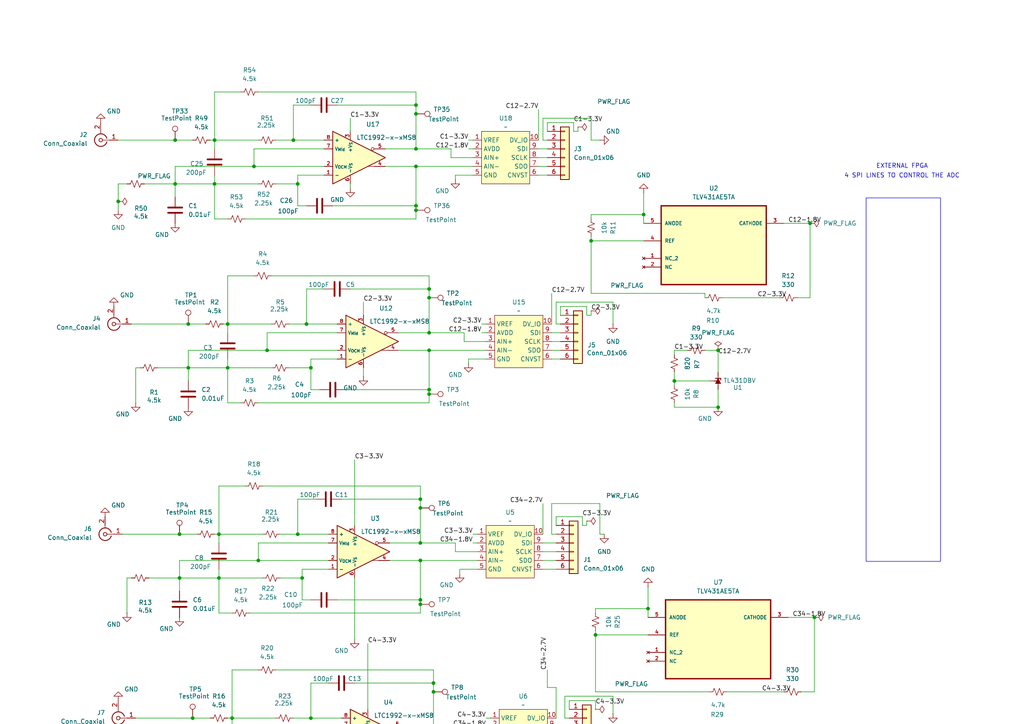
<source format=kicad_sch>
(kicad_sch (version 20250114) (generator "eeschema") (generator_version "9.0")
  (paper "A4")
  (lib_symbols
    (symbol "Amplifier_Difference:LTC1992-x-xMS8"
      (property "Reference" "U" (at 0 6.35 0))
      (property "Value" "LTC1992-x-xMS8" (at 10.16 -6.35 0))
      (symbol "LTC1992-x-xMS8_1_1"
        (pin input line (at -10.16 5.08 0) (length 2.54) (name "+") (number "8"))
        (pin input line (at -10.16 2.54 0) (length 2.54) (name "V_{Mid}") (number "7"))
        (pin input line (at -10.16 -2.54 0) (length 2.54) (name "V_{OCM}") (number "2"))
        (pin input line (at -10.16 -5.08 0) (length 2.54) (name "-") (number "1"))
        (pin power_in line (at -2.54 7.62 270) (length 2.54) (name "+V_{S}") (number "3"))
        (pin power_in line (at -2.54 -7.62 90) (length 2.54) (name "-V_{S}") (number "6"))
        (pin output line (at 7.62 2.54 180) (length 3.175) (name "") (number "5"))
        (pin output line (at 7.62 -2.54 180) (length 3.175) (name "") (number "4"))
      )
    )
    (symbol "Connector:Conn_Coaxial" (pin_names (offset 1.016) (hide yes))
      (property "Reference" "J" (at 0.254 3.048 0))
      (property "Value" "Conn_Coaxial" (at 2.921 0 90))
      (symbol "Conn_Coaxial_1_1"
        (pin passive line (at -5.08 0 0) (length 2.54) (name "In") (number "1"))
        (pin passive line (at 0 -5.08 90) (length 2.54) (name "Ext") (number "2"))
      )
    )
    (symbol "Connector:TestPoint" (pin_numbers (hide yes)) (pin_names (offset 0.762) (hide yes))
      (property "Reference" "TP" (at 0 6.858 0))
      (property "Value" "TestPoint" (at 0 5.08 0))
      (symbol "TestPoint_1_1"
        (pin passive line (at 0 0 90) (length 2.54) (name "1") (number "1"))
      )
    )
    (symbol "Connector_Generic:Conn_01x06" (pin_names (offset 1.016) (hide yes))
      (property "Reference" "J" (at 0 7.62 0))
      (property "Value" "Conn_01x06" (at 0 -10.16 0))
      (symbol "Conn_01x06_1_1"
        (pin passive line (at -5.08 5.08 0) (length 3.81) (name "Pin_1") (number "1"))
        (pin passive line (at -5.08 2.54 0) (length 3.81) (name "Pin_2") (number "2"))
        (pin passive line (at -5.08 0 0) (length 3.81) (name "Pin_3") (number "3"))
        (pin passive line (at -5.08 -2.54 0) (length 3.81) (name "Pin_4") (number "4"))
        (pin passive line (at -5.08 -5.08 0) (length 3.81) (name "Pin_5") (number "5"))
        (pin passive line (at -5.08 -7.62 0) (length 3.81) (name "Pin_6") (number "6"))
      )
    )
    (symbol "Device:C" (pin_numbers (hide yes)) (pin_names (offset 0.254))
      (property "Reference" "C" (at 0.635 2.54 0))
      (property "Value" "C" (at 0.635 -2.54 0))
      (symbol "C_1_1"
        (pin passive line (at 0 3.81 270) (length 2.794) (name "~") (number "1"))
        (pin passive line (at 0 -3.81 90) (length 2.794) (name "~") (number "2"))
      )
    )
    (symbol "Device:R_Small_US" (pin_numbers (hide yes)) (pin_names (offset 0.254) (hide yes))
      (property "Reference" "R" (at 0.762 0.508 0))
      (property "Value" "R_Small_US" (at 0.762 -1.016 0))
      (symbol "R_Small_US_1_1"
        (pin passive line (at 0 2.54 270) (length 1.016) (name "~") (number "1"))
        (pin passive line (at 0 -2.54 90) (length 1.016) (name "~") (number "2"))
      )
    )
    (symbol "New_Library:MCP33131D-05-E/MS"
      (property "Reference" "U" (at 0 13.716 0))
      (symbol "MCP33131D-05-E/MS_1_1"
        (pin power_in line (at -8.89 7.62 0) (length 2.54) (name "VREF") (number "1"))
        (pin power_in line (at -8.89 5.08 0) (length 2.54) (name "AVDD") (number "2"))
        (pin input line (at -8.89 2.54 0) (length 2.54) (name "AIN+") (number "3"))
        (pin input line (at -8.89 0 0) (length 2.54) (name "AIN-") (number "4"))
        (pin power_in line (at -8.89 -2.54 0) (length 2.54) (name "GND") (number "5"))
        (pin power_in line (at 10.16 7.62 180) (length 2.54) (name "DV_IO") (number "10"))
        (pin input line (at 10.16 5.08 180) (length 2.54) (name "SDI") (number "9"))
        (pin input line (at 10.16 2.54 180) (length 2.54) (name "SCLK") (number "8"))
        (pin output line (at 10.16 0 180) (length 2.54) (name "SDO") (number "7"))
        (pin input line (at 10.16 -2.54 180) (length 2.54) (name "CNVST") (number "6"))
      )
    )
    (symbol "Reference_Voltage:TL431DBV" (pin_numbers (hide yes)) (pin_names (hide yes))
      (property "Reference" "U" (at 0 -2.54 0))
      (property "Value" "TL431DBV" (at 0 -4.445 0))
      (symbol "TL431DBV_1_1"
        (pin passive line (at -2.54 0 0) (length 1.27) (name "A") (number "5"))
        (pin passive line (at 0 2.54 270) (length 2.54) (name "REF") (number "4"))
        (pin passive line (at 2.54 0 180) (length 1.27) (name "K") (number "3"))
      )
    )
    (symbol "TLV431AE5TA:TLV431AE5TA" (pin_names (offset 1.016))
      (property "Reference" "U" (at -5.4112 9.1202 0))
      (property "Value" "TLV431AE5TA" (at -5.3119 -17.9436 0))
      (symbol "TLV431AE5TA_0_0"
        (pin passive line (at -20.32 2.54 0) (length 5.08) (name "ANODE") (number "5"))
        (pin passive line (at -20.32 -2.54 0) (length 5.08) (name "REF") (number "4"))
        (pin no_connect line (at -20.32 -7.62 0) (length 5.08) (name "NC_2") (number "1"))
        (pin no_connect line (at -20.32 -10.16 0) (length 5.08) (name "NC") (number "2"))
        (pin passive line (at 20.32 2.54 180) (length 5.08) (name "CATHODE") (number "3"))
      )
    )
    (symbol "power:GND" (power) (pin_numbers (hide yes)) (pin_names (offset 0) (hide yes))
      (property "Value" "GND" (at 0 -3.81 0))
      (symbol "GND_1_1"
        (pin power_in line (at 0 0 270) (length 0) (name "~") (number "1"))
      )
    )
    (symbol "power:PWR_FLAG" (power) (pin_numbers (hide yes)) (pin_names (offset 0) (hide yes))
      (property "Value" "PWR_FLAG" (at 0 3.81 0))
      (symbol "PWR_FLAG_0_0"
        (pin power_out line (at 0 0 90) (length 0) (name "~") (number "1"))
      )
    )
  )
  (rectangle (start 251.206 57.404) (end 272.796 162.814))
  (text "EXTERNAL FPGA " (at 262.128 48.26 0) (effects (font (size 1.27 1.27))))
  (text "4 SPI LINES TO CONTROL THE ADC\n\n" (at 261.62 52.07 0) (effects (font (size 1.27 1.27))))
  (junction (at 121.92 147.32))
  (junction (at 111.76 473.71))
  (junction (at 111.76 443.23))
  (junction (at 121.92 175.26))
  (junction (at 195.58 461.01))
  (junction (at 52.07 278.13))
  (junction (at 120.65 48.26))
  (junction (at 38.1 400.05))
  (junction (at 208.28 101.6))
  (junction (at 110.49 298.45))
  (junction (at 63.5 154.94))
  (junction (at 111.76 472.44))
  (junction (at 55.88 344.17))
  (junction (at 236.22 179.07))
  (junction (at 208.28 224.79))
  (junction (at 107.95 389.89))
  (junction (at 121.92 157.48))
  (junction (at 66.04 93.98))
  (junction (at 125.73 215.9))
  (junction (at 120.65 59.69))
  (junction (at 158.75 429.26))
  (junction (at 78.74 215.9))
  (junction (at 77.47 101.6))
  (junction (at 110.49 267.97))
  (junction (at 171.45 69.85))
  (junction (at 49.53 400.05))
  (junction (at 195.58 477.52))
  (junction (at 124.46 113.03))
  (junction (at 208.28 241.3))
  (junction (at 63.5 167.64))
  (junction (at 49.53 412.75))
  (junction (at 120.65 33.02))
  (junction (at 87.63 167.64))
  (junction (at 77.47 466.09))
  (junction (at 111.76 461.01))
  (junction (at 124.46 101.6))
  (junction (at 62.23 40.64))
  (junction (at 172.72 184.15))
  (junction (at 111.76 455.93))
  (junction (at 76.2 453.39))
  (junction (at 125.73 198.12))
  (junction (at 120.65 30.48))
  (junction (at 52.07 167.64))
  (junction (at 40.64 290.83))
  (junction (at 66.04 106.68))
  (junction (at 208.28 118.11))
  (junction (at 38.1 412.75))
  (junction (at 198.12 355.6))
  (junction (at 67.31 220.98))
  (junction (at 124.46 83.82))
  (junction (at 125.73 227.33))
  (junction (at 50.8 53.34))
  (junction (at 54.61 106.68))
  (junction (at 55.88 208.28))
  (junction (at 107.95 402.59))
  (junction (at 44.45 331.47))
  (junction (at 88.9 93.98))
  (junction (at 234.95 64.77))
  (junction (at 124.46 96.52))
  (junction (at 85.09 40.64))
  (junction (at 63.5 285.75))
  (junction (at 125.73 200.66))
  (junction (at 110.49 285.75))
  (junction (at 120.65 43.18))
  (junction (at 107.95 392.43))
  (junction (at 114.3 334.01))
  (junction (at 86.36 154.94))
  (junction (at 53.34 453.39))
  (junction (at 195.58 110.49))
  (junction (at 72.39 400.05))
  (junction (at 91.44 220.98))
  (junction (at 224.79 302.26))
  (junction (at 121.92 144.78))
  (junction (at 114.3 339.09))
  (junction (at 50.8 40.64))
  (junction (at 161.29 307.34))
  (junction (at 67.31 208.28))
  (junction (at 111.76 445.77))
  (junction (at 53.34 466.09))
  (junction (at 114.3 351.79))
  (junction (at 185.42 347.98))
  (junction (at 114.3 350.52))
  (junction (at 173.99 421.64))
  (junction (at 90.17 106.68))
  (junction (at 124.46 114.3))
  (junction (at 78.74 331.47))
  (junction (at 198.12 339.09))
  (junction (at 120.65 60.96))
  (junction (at 55.88 331.47))
  (junction (at 124.46 86.36))
  (junction (at 73.66 412.75))
  (junction (at 54.61 93.98))
  (junction (at 67.31 339.09))
  (junction (at 76.2 290.83))
  (junction (at 110.49 280.67))
  (junction (at 41.91 466.09))
  (junction (at 80.01 344.17))
  (junction (at 110.49 270.51))
  (junction (at 125.73 228.6))
  (junction (at 107.95 419.1))
  (junction (at 74.93 162.56))
  (junction (at 121.92 162.56))
  (junction (at 125.73 210.82))
  (junction (at 182.88 469.9))
  (junction (at 64.77 461.01))
  (junction (at 90.17 208.28))
  (junction (at 114.3 323.85))
  (junction (at 41.91 453.39))
  (junction (at 86.36 53.34))
  (junction (at 62.23 53.34))
  (junction (at 34.29 58.42))
  (junction (at 73.66 48.26))
  (junction (at 52.07 154.94))
  (junction (at 60.96 407.67))
  (junction (at 52.07 290.83))
  (junction (at 40.64 278.13))
  (junction (at 114.3 321.31))
  (junction (at 187.96 176.53))
  (junction (at 158.75 448.31))
  (junction (at 107.95 420.37))
  (junction (at 110.49 297.18))
  (junction (at 107.95 407.67))
  (junction (at 186.69 62.23))
  (junction (at 121.92 173.99))
  (junction (at 74.93 278.13))
  (junction (at 222.25 424.18))
  (junction (at 195.58 233.68))
  (junction (at 176.53 299.72))
  (junction (at 55.88 220.98))
  (junction (at 44.45 344.17))
  (wire (pts (xy 77.47 463.55) (xy 85.09 463.55)))
  (wire (pts (xy 161.29 149.86) (xy 161.29 152.4)))
  (wire (pts (xy 55.88 344.17) (xy 68.58 344.17)))
  (wire (pts (xy 232.41 200.66) (xy 236.22 200.66)))
  (wire (pts (xy 121.92 458.47) (xy 128.27 458.47)))
  (wire (pts (xy 88.9 430.53) (xy 88.9 412.75)))
  (wire (pts (xy 154.94 397.51) (xy 153.67 397.51)))
  (wire (pts (xy 182.88 461.01) (xy 182.88 462.28)))
  (wire (pts (xy 195.58 241.3) (xy 208.28 241.3)))
  (wire (pts (xy 55.88 220.98) (xy 67.31 220.98)))
  (wire (pts (xy 96.52 59.69) (xy 120.65 59.69)))
  (wire (pts (xy 57.15 476.25) (xy 53.34 476.25)))
  (wire (pts (xy 102.87 198.12) (xy 125.73 198.12)))
  (wire (pts (xy 76.2 443.23) (xy 76.2 453.39)))
  (wire (pts (xy 49.53 386.08) (xy 57.15 386.08)))
  (wire (pts (xy 172.72 184.15) (xy 187.96 184.15)))
  (wire (pts (xy 167.64 453.39) (xy 167.64 447.04)))
  (wire (pts (xy 29.21 412.75) (xy 38.1 412.75)))
  (wire (pts (xy 111.76 48.26) (xy 120.65 48.26)))
  (wire (pts (xy 90.17 208.28) (xy 99.06 208.28)))
  (wire (pts (xy 171.45 62.23) (xy 171.45 63.5)))
  (wire (pts (xy 86.36 53.34) (xy 86.36 59.69)))
  (wire (pts (xy 158.75 450.85) (xy 158.75 448.31)))
  (wire (pts (xy 73.66 344.17) (xy 80.01 344.17)))
  (wire (pts (xy 66.04 116.84) (xy 66.04 106.68)))
  (wire (pts (xy 63.5 165.1) (xy 63.5 167.64)))
  (wire (pts (xy 123.19 463.55) (xy 123.19 464.82)))
  (wire (pts (xy 158.75 427.99) (xy 158.75 429.26)))
  (wire (pts (xy 34.29 58.42) (xy 34.29 53.34)))
  (wire (pts (xy 63.5 285.75) (xy 83.82 285.75)))
  (wire (pts (xy 158.75 35.56) (xy 158.75 38.1)))
  (wire (pts (xy 147.32 455.93) (xy 151.13 455.93)))
  (wire (pts (xy 106.68 186.69) (xy 106.68 205.74)))
  (wire (pts (xy 55.88 331.47) (xy 55.88 317.5)))
  (wire (pts (xy 97.79 173.99) (xy 121.92 173.99)))
  (wire (pts (xy 137.16 157.48) (xy 138.43 157.48)))
  (wire (pts (xy 172.72 203.2) (xy 172.72 205.74)))
  (wire (pts (xy 55.88 331.47) (xy 68.58 331.47)))
  (wire (pts (xy 25.4 453.39) (xy 41.91 453.39)))
  (wire (pts (xy 85.09 40.64) (xy 93.98 40.64)))
  (wire (pts (xy 63.5 154.94) (xy 76.2 154.94)))
  (wire (pts (xy 125.73 210.82) (xy 135.89 210.82)))
  (wire (pts (xy 132.08 160.02) (xy 138.43 160.02)))
  (wire (pts (xy 40.64 220.98) (xy 41.91 220.98)))
  (wire (pts (xy 88.9 443.23) (xy 111.76 443.23)))
  (wire (pts (xy 63.5 177.8) (xy 63.5 167.64)))
  (wire (pts (xy 161.29 87.63) (xy 161.29 93.98)))
  (wire (pts (xy 161.29 307.34) (xy 176.53 307.34)))
  (wire (pts (xy 66.04 106.68) (xy 78.74 106.68)))
  (wire (pts (xy 60.96 402.59) (xy 81.28 402.59)))
  (wire (pts (xy 152.4 325.12) (xy 166.37 325.12)))
  (wire (pts (xy 67.31 400.05) (xy 72.39 400.05)))
  (wire (pts (xy 195.58 101.6) (xy 195.58 102.87)))
  (wire (pts (xy 172.72 176.53) (xy 172.72 177.8)))
  (wire (pts (xy 55.88 354.33) (xy 55.88 344.17)))
  (wire (pts (xy 120.65 43.18) (xy 111.76 43.18)))
  (wire (pts (xy 158.75 421.64) (xy 158.75 422.91)))
  (wire (pts (xy 71.12 466.09) (xy 77.47 466.09)))
  (wire (pts (xy 90.17 106.68) (xy 90.17 104.14)))
  (wire (pts (xy 101.6 54.61) (xy 101.6 53.34)))
  (wire (pts (xy 74.93 162.56) (xy 74.93 157.48)))
  (wire (pts (xy 156.21 40.64) (xy 156.21 31.75)))
  (wire (pts (xy 88.9 83.82) (xy 88.9 93.98)))
  (wire (pts (xy 185.42 355.6) (xy 198.12 355.6)))
  (wire (pts (xy 78.74 80.01) (xy 124.46 80.01)))
  (wire (pts (xy 119.38 410.21) (xy 119.38 411.48)))
  (wire (pts (xy 86.36 297.18) (xy 110.49 297.18)))
  (wire (pts (xy 115.57 101.6) (xy 124.46 101.6)))
  (wire (pts (xy 90.17 198.12) (xy 90.17 208.28)))
  (wire (pts (xy 110.49 285.75) (xy 110.49 297.18)))
  (wire (pts (xy 66.04 93.98) (xy 78.74 93.98)))
  (wire (pts (xy 54.61 93.98) (xy 59.69 93.98)))
  (wire (pts (xy 161.29 400.05) (xy 158.75 400.05)))
  (wire (pts (xy 208.28 224.79) (xy 208.28 231.14)))
  (wire (pts (xy 91.44 220.98) (xy 91.44 218.44)))
  (wire (pts (xy 52.07 167.64) (xy 52.07 171.45)))
  (wire (pts (xy 158.75 194.31) (xy 158.75 199.39)))
  (wire (pts (xy 63.5 280.67) (xy 83.82 280.67)))
  (wire (pts (xy 121.92 147.32) (xy 121.92 157.48)))
  (wire (pts (xy 45.72 106.68) (xy 54.61 106.68)))
  (wire (pts (xy 91.44 308.61) (xy 91.44 290.83)))
  (wire (pts (xy 38.1 412.75) (xy 38.1 416.56)))
  (wire (pts (xy 158.75 421.64) (xy 173.99 421.64)))
  (wire (pts (xy 40.64 290.83) (xy 52.07 290.83)))
  (wire (pts (xy 120.65 48.26) (xy 137.16 48.26)))
  (wire (pts (xy 119.38 410.21) (xy 124.46 410.21)))
  (wire (pts (xy 50.8 53.34) (xy 62.23 53.34)))
  (wire (pts (xy 158.75 400.05) (xy 158.75 393.7)))
  (wire (pts (xy 71.12 453.39) (xy 76.2 453.39)))
  (wire (pts (xy 92.71 431.8) (xy 92.71 450.85)))
  (wire (pts (xy 157.48 157.48) (xy 161.29 157.48)))
  (wire (pts (xy 67.31 220.98) (xy 80.01 220.98)))
  (wire (pts (xy 199.39 323.85) (xy 215.9 323.85)))
  (wire (pts (xy 176.53 299.72) (xy 176.53 293.37)))
  (wire (pts (xy 53.34 439.42) (xy 60.96 439.42)))
  (wire (pts (xy 40.64 290.83) (xy 40.64 294.64)))
  (wire (pts (xy 124.46 86.36) (xy 124.46 96.52)))
  (wire (pts (xy 67.31 339.09) (xy 67.31 334.01)))
  (wire (pts (xy 213.36 224.79) (xy 208.28 224.79)))
  (wire (pts (xy 54.61 101.6) (xy 54.61 106.68)))
  (wire (pts (xy 110.49 285.75) (xy 127 285.75)))
  (wire (pts (xy 134.62 99.06) (xy 140.97 99.06)))
  (wire (pts (xy 195.58 101.6) (xy 199.39 101.6)))
  (wire (pts (xy 167.64 36.83) (xy 167.64 38.1)))
  (wire (pts (xy 177.8 87.63) (xy 161.29 87.63)))
  (wire (pts (xy 121.92 140.97) (xy 121.92 144.78)))
  (wire (pts (xy 100.33 113.03) (xy 124.46 113.03)))
  (wire (pts (xy 160.02 104.14) (xy 162.56 104.14)))
  (wire (pts (xy 182.88 467.36) (xy 182.88 469.9)))
  (wire (pts (xy 74.93 278.13) (xy 83.82 278.13)))
  (wire (pts (xy 87.63 167.64) (xy 87.63 173.99)))
  (wire (pts (xy 146.05 280.67) (xy 148.59 280.67)))
  (wire (pts (xy 158.75 445.77) (xy 191.77 445.77)))
  (wire (pts (xy 101.6 34.29) (xy 101.6 38.1)))
  (wire (pts (xy 129.54 334.01) (xy 130.81 334.01)))
  (wire (pts (xy 83.82 106.68) (xy 90.17 106.68)))
  (wire (pts (xy 177.8 93.98) (xy 177.8 87.63)))
  (wire (pts (xy 182.88 476.25) (xy 182.88 477.52)))
  (wire (pts (xy 156.21 45.72) (xy 158.75 45.72)))
  (wire (pts (xy 34.29 40.64) (xy 50.8 40.64)))
  (wire (pts (xy 67.31 231.14) (xy 67.31 220.98)))
  (wire (pts (xy 101.6 227.33) (xy 125.73 227.33)))
  (wire (pts (xy 133.35 165.1) (xy 138.43 165.1)))
  (wire (pts (xy 76.2 290.83) (xy 76.2 288.29)))
  (wire (pts (xy 157.48 165.1) (xy 161.29 165.1)))
  (wire (pts (xy 121.92 175.26) (xy 121.92 177.8)))
  (wire (pts (xy 157.48 275.59) (xy 156.21 275.59)))
  (wire (pts (xy 67.31 210.82) (xy 67.31 208.28)))
  (wire (pts (xy 182.88 469.9) (xy 193.04 469.9)))
  (wire (pts (xy 149.86 341.63) (xy 153.67 341.63)))
  (wire (pts (xy 83.82 93.98) (xy 88.9 93.98)))
  (wire (pts (xy 69.85 278.13) (xy 74.93 278.13)))
  (wire (pts (xy 185.42 345.44) (xy 185.42 347.98)))
  (wire (pts (xy 107.95 402.59) (xy 99.06 402.59)))
  (wire (pts (xy 125.73 227.33) (xy 125.73 228.6)))
  (wire (pts (xy 107.95 419.1) (xy 107.95 420.37)))
  (wire (pts (xy 124.46 96.52) (xy 134.62 96.52)))
  (wire (pts (xy 62.23 53.34) (xy 74.93 53.34)))
  (wire (pts (xy 80.01 40.64) (xy 85.09 40.64)))
  (wire (pts (xy 195.58 461.01) (xy 195.58 467.36)))
  (wire (pts (xy 143.51 407.67) (xy 146.05 407.67)))
  (wire (pts (xy 80.01 344.17) (xy 80.01 350.52)))
  (wire (pts (xy 127 455.93) (xy 128.27 455.93)))
  (wire (pts (xy 236.22 200.66) (xy 236.22 179.07)))
  (wire (pts (xy 44.45 339.09) (xy 44.45 344.17)))
  (wire (pts (xy 87.63 173.99) (xy 90.17 173.99)))
  (wire (pts (xy 157.48 40.64) (xy 158.75 40.64)))
  (wire (pts (xy 147.32 278.13) (xy 148.59 278.13)))
  (wire (pts (xy 172.72 184.15) (xy 172.72 200.66)))
  (wire (pts (xy 106.68 238.76) (xy 106.68 220.98)))
  (wire (pts (xy 157.48 274.32) (xy 157.48 275.59)))
  (wire (pts (xy 137.16 218.44) (xy 137.16 219.71)))
  (wire (pts (xy 146.05 288.29) (xy 148.59 288.29)))
  (wire (pts (xy 220.98 323.85) (xy 224.79 323.85)))
  (wire (pts (xy 162.56 278.13) (xy 162.56 271.78)))
  (wire (pts (xy 161.29 323.85) (xy 194.31 323.85)))
  (wire (pts (xy 52.07 280.67) (xy 52.07 278.13)))
  (wire (pts (xy 210.82 200.66) (xy 227.33 200.66)))
  (wire (pts (xy 234.95 86.36) (xy 234.95 64.77)))
  (wire (pts (xy 64.77 461.01) (xy 64.77 455.93)))
  (wire (pts (xy 26.67 466.09) (xy 26.67 476.25)))
  (wire (pts (xy 87.63 267.97) (xy 110.49 267.97)))
  (wire (pts (xy 113.03 162.56) (xy 121.92 162.56)))
  (wire (pts (xy 185.42 347.98) (xy 185.42 349.25)))
  (wire (pts (xy 154.94 396.24) (xy 154.94 397.51)))
  (wire (pts (xy 62.23 154.94) (xy 63.5 154.94)))
  (wire (pts (xy 73.66 410.21) (xy 81.28 410.21)))
  (wire (pts (xy 67.31 208.28) (xy 67.31 194.31)))
  (wire (pts (xy 153.67 326.39) (xy 153.67 328.93)))
  (wire (pts (xy 149.86 447.04) (xy 149.86 453.39)))
  (wire (pts (xy 55.88 215.9) (xy 55.88 220.98)))
  (wire (pts (xy 87.63 165.1) (xy 95.25 165.1)))
  (wire (pts (xy 76.2 290.83) (xy 76.2 297.18)))
  (wire (pts (xy 149.86 453.39) (xy 151.13 453.39)))
  (wire (pts (xy 60.96 40.64) (xy 62.23 40.64)))
  (wire (pts (xy 111.76 461.01) (xy 128.27 461.01)))
  (wire (pts (xy 50.8 278.13) (xy 52.07 278.13)))
  (wire (pts (xy 157.48 34.29) (xy 157.48 40.64)))
  (wire (pts (xy 63.5 285.75) (xy 63.5 280.67)))
  (wire (pts (xy 161.29 93.98) (xy 162.56 93.98)))
  (wire (pts (xy 101.6 83.82) (xy 124.46 83.82)))
  (wire (pts (xy 69.85 290.83) (xy 76.2 290.83)))
  (wire (pts (xy 125.73 341.63) (xy 125.73 342.9)))
  (wire (pts (xy 110.49 267.97) (xy 110.49 270.51)))
  (wire (pts (xy 130.81 45.72) (xy 137.16 45.72)))
  (wire (pts (xy 156.21 48.26) (xy 158.75 48.26)))
  (wire (pts (xy 55.88 341.63) (xy 55.88 344.17)))
  (wire (pts (xy 165.1 203.2) (xy 165.1 205.74)))
  (wire (pts (xy 50.8 48.26) (xy 50.8 53.34)))
  (wire (pts (xy 144.78 400.05) (xy 146.05 400.05)))
  (wire (pts (xy 66.04 439.42) (xy 111.76 439.42)))
  (wire (pts (xy 71.12 231.14) (xy 67.31 231.14)))
  (wire (pts (xy 182.88 461.01) (xy 186.69 461.01)))
  (wire (pts (xy 110.49 298.45) (xy 110.49 300.99)))
  (wire (pts (xy 156.21 50.8) (xy 158.75 50.8)))
  (wire (pts (xy 49.53 400.05) (xy 49.53 386.08)))
  (wire (pts (xy 72.39 177.8) (xy 121.92 177.8)))
  (wire (pts (xy 80.01 341.63) (xy 87.63 341.63)))
  (wire (pts (xy 227.33 64.77) (xy 234.95 64.77)))
  (wire (pts (xy 95.25 309.88) (xy 95.25 328.93)))
  (wire (pts (xy 77.47 101.6) (xy 97.79 101.6)))
  (wire (pts (xy 53.34 453.39) (xy 53.34 439.42)))
  (wire (pts (xy 172.72 176.53) (xy 187.96 176.53)))
  (wire (pts (xy 171.45 68.58) (xy 171.45 69.85)))
  (wire (pts (xy 111.76 445.77) (xy 111.76 455.93)))
  (wire (pts (xy 53.34 453.39) (xy 66.04 453.39)))
  (wire (pts (xy 158.75 199.39) (xy 161.29 199.39)))
  (wire (pts (xy 35.56 154.94) (xy 52.07 154.94)))
  (wire (pts (xy 121.92 173.99) (xy 121.92 175.26)))
  (wire (pts (xy 151.13 448.31) (xy 151.13 450.85)))
  (wire (pts (xy 81.28 167.64) (xy 87.63 167.64)))
  (wire (pts (xy 185.42 339.09) (xy 185.42 340.36)))
  (wire (pts (xy 53.34 455.93) (xy 53.34 453.39)))
  (wire (pts (xy 140.97 210.82) (xy 142.24 210.82)))
  (wire (pts (xy 139.7 96.52) (xy 140.97 96.52)))
  (wire (pts (xy 124.46 101.6) (xy 140.97 101.6)))
  (wire (pts (xy 125.73 210.82) (xy 116.84 210.82)))
  (wire (pts (xy 185.42 339.09) (xy 189.23 339.09)))
  (wire (pts (xy 146.05 283.21) (xy 148.59 283.21)))
  (wire (pts (xy 198.12 350.52) (xy 198.12 355.6)))
  (wire (pts (xy 195.58 118.11) (xy 208.28 118.11)))
  (wire (pts (xy 170.18 91.44) (xy 170.18 88.9)))
  (wire (pts (xy 91.44 256.54) (xy 91.44 275.59)))
  (wire (pts (xy 52.07 278.13) (xy 52.07 264.16)))
  (wire (pts (xy 111.76 472.44) (xy 111.76 473.71)))
  (wire (pts (xy 144.78 393.7) (xy 158.75 393.7)))
  (wire (pts (xy 55.88 317.5) (xy 63.5 317.5)))
  (wire (pts (xy 38.1 93.98) (xy 54.61 93.98)))
  (wire (pts (xy 195.58 233.68) (xy 205.74 233.68)))
  (wire (pts (xy 160.02 146.05) (xy 160.02 154.94)))
  (wire (pts (xy 67.31 412.75) (xy 73.66 412.75)))
  (wire (pts (xy 95.25 198.12) (xy 90.17 198.12)))
  (wire (pts (xy 71.12 63.5) (xy 120.65 63.5)))
  (wire (pts (xy 160.02 101.6) (xy 162.56 101.6)))
  (wire (pts (xy 87.63 472.44) (xy 111.76 472.44)))
  (wire (pts (xy 40.64 220.98) (xy 40.64 231.14)))
  (wire (pts (xy 39.37 106.68) (xy 40.64 106.68)))
  (wire (pts (xy 157.48 162.56) (xy 161.29 162.56)))
  (wire (pts (xy 99.06 407.67) (xy 107.95 407.67)))
  (wire (pts (xy 146.05 394.97) (xy 146.05 397.51)))
  (wire (pts (xy 187.96 176.53) (xy 187.96 170.18)))
  (wire (pts (xy 152.4 325.12) (xy 152.4 331.47)))
  (wire (pts (xy 163.83 208.28) (xy 165.1 208.28)))
  (wire (pts (xy 54.61 331.47) (xy 55.88 331.47)))
  (wire (pts (xy 125.73 215.9) (xy 142.24 215.9)))
  (wire (pts (xy 43.18 167.64) (xy 52.07 167.64)))
  (wire (pts (xy 44.45 344.17) (xy 44.45 347.98)))
  (wire (pts (xy 73.66 43.18) (xy 93.98 43.18)))
  (wire (pts (xy 160.02 96.52) (xy 162.56 96.52)))
  (wire (pts (xy 120.65 283.21) (xy 127 283.21)))
  (wire (pts (xy 123.19 400.05) (xy 124.46 400.05)))
  (wire (pts (xy 121.92 144.78) (xy 121.92 147.32)))
  (wire (pts (xy 170.18 88.9) (xy 162.56 88.9)))
  (wire (pts (xy 90.17 104.14) (xy 97.79 104.14)))
  (wire (pts (xy 86.36 59.69) (xy 88.9 59.69)))
  (wire (pts (xy 173.99 40.64) (xy 171.45 40.64)))
  (wire (pts (xy 147.32 458.47) (xy 151.13 458.47)))
  (wire (pts (xy 86.36 53.34) (xy 86.36 50.8)))
  (wire (pts (xy 69.85 116.84) (xy 66.04 116.84)))
  (wire (pts (xy 49.53 410.21) (xy 49.53 412.75)))
  (wire (pts (xy 66.04 80.01) (xy 73.66 80.01)))
  (wire (pts (xy 29.21 344.17) (xy 29.21 354.33)))
  (wire (pts (xy 64.77 354.33) (xy 114.3 354.33)))
  (wire (pts (xy 88.9 93.98) (xy 97.79 93.98)))
  (wire (pts (xy 52.07 264.16) (xy 59.69 264.16)))
  (wire (pts (xy 114.3 323.85) (xy 114.3 334.01)))
  (wire (pts (xy 67.31 339.09) (xy 87.63 339.09)))
  (wire (pts (xy 110.49 264.16) (xy 110.49 267.97)))
  (wire (pts (xy 27.94 331.47) (xy 44.45 331.47)))
  (wire (pts (xy 143.51 402.59) (xy 146.05 402.59)))
  (wire (pts (xy 22.86 412.75) (xy 24.13 412.75)))
  (wire (pts (xy 77.47 472.44) (xy 80.01 472.44)))
  (wire (pts (xy 110.49 280.67) (xy 120.65 280.67)))
  (wire (pts (xy 38.1 407.67) (xy 38.1 412.75)))
  (wire (pts (xy 54.61 106.68) (xy 54.61 110.49)))
  (wire (pts (xy 40.64 285.75) (xy 63.5 285.75)))
  (wire (pts (xy 63.5 154.94) (xy 63.5 140.97)))
  (wire (pts (xy 161.29 299.72) (xy 161.29 300.99)))
  (wire (pts (xy 76.2 288.29) (xy 83.82 288.29)))
  (wire (pts (xy 147.32 271.78) (xy 147.32 278.13)))
  (wire (pts (xy 195.58 472.44) (xy 195.58 477.52)))
  (wire (pts (xy 59.69 354.33) (xy 55.88 354.33)))
  (wire (pts (xy 195.58 107.95) (xy 195.58 110.49)))
  (wire (pts (xy 105.41 109.22) (xy 105.41 106.68)))
  (wire (pts (xy 121.92 162.56) (xy 138.43 162.56)))
  (wire (pts (xy 67.31 218.44) (xy 67.31 220.98)))
  (wire (pts (xy 35.56 344.17) (xy 44.45 344.17)))
  (wire (pts (xy 123.19 463.55) (xy 128.27 463.55)))
  (wire (pts (xy 39.37 208.28) (xy 55.88 208.28)))
  (wire (pts (xy 73.66 412.75) (xy 73.66 419.1)))
  (wire (pts (xy 161.29 307.34) (xy 161.29 323.85)))
  (wire (pts (xy 55.88 334.01) (xy 55.88 331.47)))
  (wire (pts (xy 50.8 40.64) (xy 55.88 40.64)))
  (wire (pts (xy 173.99 421.64) (xy 173.99 415.29)))
  (wire (pts (xy 60.96 300.99) (xy 110.49 300.99)))
  (wire (pts (xy 191.77 461.01) (xy 195.58 461.01)))
  (wire (pts (xy 91.44 218.44) (xy 99.06 218.44)))
  (wire (pts (xy 228.6 179.07) (xy 236.22 179.07)))
  (wire (pts (xy 158.75 429.26) (xy 158.75 445.77)))
  (wire (pts (xy 149.86 336.55) (xy 153.67 336.55)))
  (wire (pts (xy 80.01 53.34) (xy 86.36 53.34)))
  (wire (pts (xy 107.95 392.43) (xy 107.95 402.59)))
  (wire (pts (xy 63.5 157.48) (xy 63.5 154.94)))
  (wire (pts (xy 88.9 378.46) (xy 88.9 397.51)))
  (wire (pts (xy 135.89 40.64) (xy 137.16 40.64)))
  (wire (pts (xy 33.02 466.09) (xy 41.91 466.09)))
  (wire (pts (xy 118.11 402.59) (xy 118.11 405.13)))
  (wire (pts (xy 52.07 453.39) (xy 53.34 453.39)))
  (wire (pts (xy 86.36 144.78) (xy 86.36 154.94)))
  (wire (pts (xy 92.71 483.87) (xy 92.71 466.09)))
  (wire (pts (xy 173.99 146.05) (xy 160.02 146.05)))
  (wire (pts (xy 139.7 93.98) (xy 140.97 93.98)))
  (wire (pts (xy 146.05 285.75) (xy 148.59 285.75)))
  (wire (pts (xy 78.74 321.31) (xy 78.74 331.47)))
  (wire (pts (xy 153.67 397.51) (xy 153.67 394.97)))
  (wire (pts (xy 149.86 334.01) (xy 153.67 334.01)))
  (wire (pts (xy 24.13 278.13) (xy 40.64 278.13)))
  (wire (pts (xy 95.25 361.95) (xy 95.25 344.17)))
  (wire (pts (xy 38.1 412.75) (xy 49.53 412.75)))
  (wire (pts (xy 52.07 162.56) (xy 74.93 162.56)))
  (wire (pts (xy 148.59 273.05) (xy 148.59 275.59)))
  (wire (pts (xy 52.07 162.56) (xy 52.07 167.64)))
  (wire (pts (xy 187.96 179.07) (xy 187.96 176.53)))
  (wire (pts (xy 41.91 461.01) (xy 41.91 466.09)))
  (wire (pts (xy 41.91 453.39) (xy 46.99 453.39)))
  (wire (pts (xy 171.45 34.29) (xy 157.48 34.29)))
  (wire (pts (xy 186.69 62.23) (xy 186.69 55.88)))
  (wire (pts (xy 90.17 113.03) (xy 92.71 113.03)))
  (wire (pts (xy 83.82 321.31) (xy 78.74 321.31)))
  (wire (pts (xy 40.64 285.75) (xy 40.64 290.83)))
  (wire (pts (xy 66.04 104.14) (xy 66.04 106.68)))
  (wire (pts (xy 49.53 400.05) (xy 62.23 400.05)))
  (wire (pts (xy 52.07 288.29) (xy 52.07 290.83)))
  (wire (pts (xy 149.86 339.09) (xy 153.67 339.09)))
  (wire (pts (xy 52.07 278.13) (xy 64.77 278.13)))
  (wire (pts (xy 85.09 220.98) (xy 91.44 220.98)))
  (wire (pts (xy 147.32 271.78) (xy 162.56 271.78)))
  (wire (pts (xy 175.26 154.94) (xy 173.99 154.94)))
  (wire (pts (xy 101.6 285.75) (xy 110.49 285.75)))
  (wire (pts (xy 166.37 331.47) (xy 166.37 325.12)))
  (wire (pts (xy 114.3 334.01) (xy 105.41 334.01)))
  (wire (pts (xy 182.88 469.9) (xy 182.88 471.17)))
  (wire (pts (xy 49.53 412.75) (xy 62.23 412.75)))
  (wire (pts (xy 114.3 350.52) (xy 114.3 351.79)))
  (wire (pts (xy 55.88 208.28) (xy 60.96 208.28)))
  (wire (pts (xy 135.89 104.14) (xy 140.97 104.14)))
  (wire (pts (xy 166.37 38.1) (xy 166.37 35.56)))
  (wire (pts (xy 214.63 424.18) (xy 222.25 424.18)))
  (wire (pts (xy 44.45 344.17) (xy 55.88 344.17)))
  (wire (pts (xy 167.64 331.47) (xy 166.37 331.47)))
  (wire (pts (xy 224.79 323.85) (xy 224.79 302.26)))
  (wire (pts (xy 107.95 407.67) (xy 107.95 419.1)))
  (wire (pts (xy 195.58 240.03) (xy 195.58 241.3)))
  (wire (pts (xy 161.29 306.07) (xy 161.29 307.34)))
  (wire (pts (xy 53.34 466.09) (xy 66.04 466.09)))
  (wire (pts (xy 107.95 402.59) (xy 118.11 402.59)))
  (wire (pts (xy 166.37 35.56) (xy 158.75 35.56)))
  (wire (pts (xy 53.34 463.55) (xy 53.34 466.09)))
  (wire (pts (xy 66.04 63.5) (xy 62.23 63.5)))
  (wire (pts (xy 91.44 144.78) (xy 86.36 144.78)))
  (wire (pts (xy 55.88 300.99) (xy 52.07 300.99)))
  (wire (pts (xy 147.32 453.39) (xy 147.32 444.5)))
  (wire (pts (xy 67.31 334.01) (xy 87.63 334.01)))
  (wire (pts (xy 62.23 40.64) (xy 62.23 26.67)))
  (wire (pts (xy 137.16 154.94) (xy 138.43 154.94)))
  (wire (pts (xy 125.73 198.12) (xy 125.73 200.66)))
  (wire (pts (xy 110.49 270.51) (xy 110.49 280.67)))
  (wire (pts (xy 158.75 429.26) (xy 173.99 429.26)))
  (wire (pts (xy 123.19 402.59) (xy 124.46 402.59)))
  (wire (pts (xy 158.75 448.31) (xy 160.02 448.31)))
  (wire (pts (xy 49.53 422.91) (xy 49.53 412.75)))
  (wire (pts (xy 135.89 213.36) (xy 142.24 213.36)))
  (wire (pts (xy 36.83 167.64) (xy 36.83 177.8)))
  (wire (pts (xy 62.23 26.67) (xy 69.85 26.67)))
  (wire (pts (xy 124.46 96.52) (xy 115.57 96.52)))
  (wire (pts (xy 78.74 210.82) (xy 99.06 210.82)))
  (wire (pts (xy 44.45 339.09) (xy 67.31 339.09)))
  (wire (pts (xy 74.93 162.56) (xy 95.25 162.56)))
  (wire (pts (xy 121.92 157.48) (xy 113.03 157.48)))
  (wire (pts (xy 120.65 60.96) (xy 120.65 63.5)))
  (wire (pts (xy 222.25 445.77) (xy 222.25 424.18)))
  (wire (pts (xy 171.45 62.23) (xy 186.69 62.23)))
  (wire (pts (xy 78.74 331.47) (xy 87.63 331.47)))
  (wire (pts (xy 116.84 215.9) (xy 125.73 215.9)))
  (wire (pts (xy 124.46 336.55) (xy 130.81 336.55)))
  (wire (pts (xy 161.29 199.39) (xy 161.29 208.28)))
  (wire (pts (xy 67.31 208.28) (xy 80.01 208.28)))
  (wire (pts (xy 124.46 83.82) (xy 124.46 86.36)))
  (wire (pts (xy 85.09 389.89) (xy 107.95 389.89)))
  (wire (pts (xy 21.59 400.05) (xy 38.1 400.05)))
  (wire (pts (xy 76.2 140.97) (xy 121.92 140.97)))
  (wire (pts (xy 177.8 201.93) (xy 163.83 201.93)))
  (wire (pts (xy 111.76 461.01) (xy 111.76 472.44)))
  (wire (pts (xy 146.05 278.13) (xy 146.05 269.24)))
  (wire (pts (xy 185.42 354.33) (xy 185.42 355.6)))
  (wire (pts (xy 186.69 64.77) (xy 186.69 62.23)))
  (wire (pts (xy 90.17 106.68) (xy 90.17 113.03)))
  (wire (pts (xy 167.64 38.1) (xy 166.37 38.1)))
  (wire (pts (xy 74.93 157.48) (xy 95.25 157.48)))
  (wire (pts (xy 160.02 99.06) (xy 162.56 99.06)))
  (wire (pts (xy 133.35 165.1) (xy 133.35 166.37)))
  (wire (pts (xy 111.76 473.71) (xy 111.76 476.25)))
  (wire (pts (xy 85.09 30.48) (xy 85.09 40.64)))
  (wire (pts (xy 161.29 326.39) (xy 153.67 326.39)))
  (wire (pts (xy 38.1 400.05) (xy 43.18 400.05)))
  (wire (pts (xy 91.44 227.33) (xy 93.98 227.33)))
  (wire (pts (xy 66.04 96.52) (xy 66.04 93.98)))
  (wire (pts (xy 171.45 85.09) (xy 204.47 85.09)))
  (wire (pts (xy 114.3 339.09) (xy 114.3 350.52)))
  (wire (pts (xy 161.29 327.66) (xy 161.29 326.39)))
  (wire (pts (xy 93.98 83.82) (xy 88.9 83.82)))
  (wire (pts (xy 90.17 30.48) (xy 85.09 30.48)))
  (wire (pts (xy 124.46 80.01) (xy 124.46 83.82)))
  (wire (pts (xy 87.63 167.64) (xy 87.63 165.1)))
  (wire (pts (xy 114.3 351.79) (xy 114.3 354.33)))
  (wire (pts (xy 125.73 280.67) (xy 127 280.67)))
  (wire (pts (xy 76.2 453.39) (xy 85.09 453.39)))
  (wire (pts (xy 107.95 420.37) (xy 107.95 422.91)))
  (wire (pts (xy 195.58 224.79) (xy 199.39 224.79)))
  (wire (pts (xy 134.62 96.52) (xy 134.62 99.06)))
  (wire (pts (xy 76.2 297.18) (xy 78.74 297.18)))
  (wire (pts (xy 149.86 447.04) (xy 167.64 447.04)))
  (wire (pts (xy 185.42 347.98) (xy 195.58 347.98)))
  (wire (pts (xy 120.65 33.02) (xy 120.65 43.18)))
  (wire (pts (xy 170.18 151.13) (xy 170.18 152.4)))
  (wire (pts (xy 40.64 278.13) (xy 45.72 278.13)))
  (wire (pts (xy 217.17 302.26) (xy 224.79 302.26)))
  (wire (pts (xy 62.23 43.18) (xy 62.23 40.64)))
  (wire (pts (xy 120.65 43.18) (xy 130.81 43.18)))
  (wire (pts (xy 165.1 453.39) (xy 167.64 453.39)))
  (wire (pts (xy 132.08 157.48) (xy 132.08 160.02)))
  (wire (pts (xy 74.93 267.97) (xy 74.93 278.13)))
  (wire (pts (xy 135.89 43.18) (xy 137.16 43.18)))
  (wire (pts (xy 121.92 162.56) (xy 121.92 173.99)))
  (wire (pts (xy 73.66 48.26) (xy 93.98 48.26)))
  (wire (pts (xy 81.28 154.94) (xy 86.36 154.94)))
  (wire (pts (xy 171.45 90.17) (xy 171.45 91.44)))
  (wire (pts (xy 66.04 93.98) (xy 66.04 80.01)))
  (wire (pts (xy 204.47 85.09) (xy 204.47 86.36)))
  (wire (pts (xy 143.51 400.05) (xy 143.51 391.16)))
  (wire (pts (xy 152.4 331.47) (xy 153.67 331.47)))
  (wire (pts (xy 195.58 231.14) (xy 195.58 233.68)))
  (wire (pts (xy 50.8 53.34) (xy 50.8 57.15)))
  (wire (pts (xy 25.4 290.83) (xy 26.67 290.83)))
  (wire (pts (xy 195.58 224.79) (xy 195.58 226.06)))
  (wire (pts (xy 161.29 299.72) (xy 176.53 299.72)))
  (wire (pts (xy 125.73 278.13) (xy 127 278.13)))
  (wire (pts (xy 172.72 203.2) (xy 165.1 203.2)))
  (wire (pts (xy 22.86 412.75) (xy 22.86 422.91)))
  (wire (pts (xy 147.32 463.55) (xy 151.13 463.55)))
  (wire (pts (xy 172.72 182.88) (xy 172.72 184.15)))
  (wire (pts (xy 151.13 448.31) (xy 158.75 448.31)))
  (wire (pts (xy 125.73 200.66) (xy 125.73 210.82)))
  (wire (pts (xy 121.92 288.29) (xy 127 288.29)))
  (wire (pts (xy 36.83 167.64) (xy 38.1 167.64)))
  (wire (pts (xy 55.88 215.9) (xy 78.74 215.9)))
  (wire (pts (xy 144.78 393.7) (xy 144.78 400.05)))
  (wire (pts (xy 132.08 50.8) (xy 137.16 50.8)))
  (wire (pts (xy 171.45 40.64) (xy 171.45 34.29)))
  (wire (pts (xy 73.66 331.47) (xy 78.74 331.47)))
  (wire (pts (xy 129.54 331.47) (xy 130.81 331.47)))
  (wire (pts (xy 204.47 101.6) (xy 208.28 101.6)))
  (wire (pts (xy 118.11 405.13) (xy 124.46 405.13)))
  (wire (pts (xy 77.47 466.09) (xy 77.47 463.55)))
  (wire (pts (xy 85.09 208.28) (xy 90.17 208.28)))
  (wire (pts (xy 110.49 280.67) (xy 101.6 280.67)))
  (wire (pts (xy 29.21 344.17) (xy 30.48 344.17)))
  (wire (pts (xy 58.42 422.91) (xy 107.95 422.91)))
  (wire (pts (xy 120.65 48.26) (xy 120.65 59.69)))
  (wire (pts (xy 97.79 30.48) (xy 120.65 30.48)))
  (wire (pts (xy 153.67 394.97) (xy 146.05 394.97)))
  (wire (pts (xy 195.58 116.84) (xy 195.58 118.11)))
  (wire (pts (xy 66.04 208.28) (xy 67.31 208.28)))
  (wire (pts (xy 67.31 177.8) (xy 63.5 177.8)))
  (wire (pts (xy 52.07 290.83) (xy 64.77 290.83)))
  (wire (pts (xy 80.01 267.97) (xy 74.93 267.97)))
  (wire (pts (xy 76.2 231.14) (xy 125.73 231.14)))
  (wire (pts (xy 91.44 220.98) (xy 91.44 227.33)))
  (wire (pts (xy 218.44 445.77) (xy 222.25 445.77)))
  (wire (pts (xy 208.28 223.52) (xy 208.28 224.79)))
  (wire (pts (xy 204.47 224.79) (xy 208.28 224.79)))
  (wire (pts (xy 60.96 407.67) (xy 60.96 402.59)))
  (wire (pts (xy 171.45 91.44) (xy 170.18 91.44)))
  (wire (pts (xy 121.92 288.29) (xy 121.92 289.56)))
  (wire (pts (xy 130.81 43.18) (xy 130.81 45.72)))
  (wire (pts (xy 168.91 152.4) (xy 168.91 149.86)))
  (wire (pts (xy 50.8 48.26) (xy 73.66 48.26)))
  (wire (pts (xy 74.93 116.84) (xy 124.46 116.84)))
  (wire (pts (xy 182.88 477.52) (xy 195.58 477.52)))
  (wire (pts (xy 52.07 154.94) (xy 57.15 154.94)))
  (wire (pts (xy 102.87 185.42) (xy 102.87 167.64)))
  (wire (pts (xy 72.39 389.89) (xy 72.39 400.05)))
  (wire (pts (xy 120.65 59.69) (xy 120.65 60.96)))
  (wire (pts (xy 44.45 331.47) (xy 49.53 331.47)))
  (wire (pts (xy 107.95 407.67) (xy 124.46 407.67)))
  (wire (pts (xy 196.85 445.77) (xy 213.36 445.77)))
  (wire (pts (xy 34.29 53.34) (xy 36.83 53.34)))
  (wire (pts (xy 78.74 215.9) (xy 78.74 210.82)))
  (wire (pts (xy 140.97 208.28) (xy 142.24 208.28)))
  (wire (pts (xy 107.95 389.89) (xy 107.95 392.43)))
  (wire (pts (xy 41.91 53.34) (xy 50.8 53.34)))
  (wire (pts (xy 64.77 461.01) (xy 85.09 461.01)))
  (wire (pts (xy 194.31 339.09) (xy 198.12 339.09)))
  (wire (pts (xy 157.48 160.02) (xy 161.29 160.02)))
  (wire (pts (xy 53.34 476.25) (xy 53.34 466.09)))
  (wire (pts (xy 81.28 443.23) (xy 76.2 443.23)))
  (wire (pts (xy 80.01 194.31) (xy 125.73 194.31)))
  (wire (pts (xy 168.91 149.86) (xy 161.29 149.86)))
  (wire (pts (xy 63.5 167.64) (xy 76.2 167.64)))
  (wire (pts (xy 111.76 455.93) (xy 121.92 455.93)))
  (wire (pts (xy 170.18 152.4) (xy 168.91 152.4)))
  (wire (pts (xy 173.99 424.18) (xy 173.99 421.64)))
  (wire (pts (xy 195.58 110.49) (xy 195.58 111.76)))
  (wire (pts (xy 60.96 407.67) (xy 81.28 407.67)))
  (wire (pts (xy 124.46 334.01) (xy 124.46 336.55)))
  (wire (pts (xy 172.72 200.66) (xy 205.74 200.66)))
  (wire (pts (xy 163.83 201.93) (xy 163.83 208.28)))
  (wire (pts (xy 121.92 455.93) (xy 121.92 458.47)))
  (wire (pts (xy 127 453.39) (xy 128.27 453.39)))
  (wire (pts (xy 55.88 220.98) (xy 55.88 224.79)))
  (wire (pts (xy 125.73 228.6) (xy 125.73 231.14)))
  (wire (pts (xy 52.07 300.99) (xy 52.07 290.83)))
  (wire (pts (xy 124.46 113.03) (xy 124.46 114.3)))
  (wire (pts (xy 160.02 85.09) (xy 160.02 93.98)))
  (wire (pts (xy 31.75 290.83) (xy 40.64 290.83)))
  (wire (pts (xy 121.92 157.48) (xy 132.08 157.48)))
  (wire (pts (xy 208.28 101.6) (xy 208.28 107.95)))
  (wire (pts (xy 53.34 422.91) (xy 49.53 422.91)))
  (wire (pts (xy 25.4 290.83) (xy 25.4 300.99)))
  (wire (pts (xy 64.77 455.93) (xy 85.09 455.93)))
  (wire (pts (xy 62.23 386.08) (xy 107.95 386.08)))
  (wire (pts (xy 135.89 210.82) (xy 135.89 213.36)))
  (wire (pts (xy 63.5 140.97) (xy 71.12 140.97)))
  (wire (pts (xy 41.91 461.01) (xy 64.77 461.01)))
  (wire (pts (xy 231.14 86.36) (xy 234.95 86.36)))
  (wire (pts (xy 62.23 63.5) (xy 62.23 53.34)))
  (wire (pts (xy 49.53 402.59) (xy 49.53 400.05)))
  (wire (pts (xy 111.76 455.93) (xy 102.87 455.93)))
  (wire (pts (xy 143.51 405.13) (xy 146.05 405.13)))
  (wire (pts (xy 157.48 154.94) (xy 157.48 146.05)))
  (wire (pts (xy 46.99 220.98) (xy 55.88 220.98)))
  (wire (pts (xy 52.07 167.64) (xy 63.5 167.64)))
  (wire (pts (xy 39.37 106.68) (xy 39.37 116.84)))
  (wire (pts (xy 73.66 412.75) (xy 73.66 410.21)))
  (wire (pts (xy 102.87 461.01) (xy 111.76 461.01)))
  (wire (pts (xy 111.76 439.42) (xy 111.76 443.23)))
  (wire (pts (xy 161.29 218.44) (xy 165.1 218.44)))
  (wire (pts (xy 86.36 50.8) (xy 93.98 50.8)))
  (wire (pts (xy 72.39 400.05) (xy 81.28 400.05)))
  (wire (pts (xy 102.87 133.35) (xy 102.87 152.4)))
  (wire (pts (xy 62.23 476.25) (xy 111.76 476.25)))
  (wire (pts (xy 195.58 233.68) (xy 195.58 234.95)))
  (wire (pts (xy 114.3 334.01) (xy 124.46 334.01)))
  (wire (pts (xy 64.77 264.16) (xy 110.49 264.16)))
  (wire (pts (xy 208.28 113.03) (xy 208.28 118.11)))
  (wire (pts (xy 195.58 110.49) (xy 205.74 110.49)))
  (wire (pts (xy 135.89 104.14) (xy 135.89 105.41)))
  (wire (pts (xy 120.65 280.67) (xy 120.65 283.21)))
  (wire (pts (xy 86.36 154.94) (xy 95.25 154.94)))
  (wire (pts (xy 176.53 302.26) (xy 176.53 299.72)))
  (wire (pts (xy 209.55 86.36) (xy 226.06 86.36)))
  (wire (pts (xy 162.56 88.9) (xy 162.56 91.44)))
  (wire (pts (xy 125.73 341.63) (xy 130.81 341.63)))
  (wire (pts (xy 80.01 350.52) (xy 82.55 350.52)))
  (wire (pts (xy 99.06 144.78) (xy 121.92 144.78)))
  (wire (pts (xy 111.76 443.23) (xy 111.76 445.77)))
  (wire (pts (xy 120.65 30.48) (xy 120.65 33.02)))
  (wire (pts (xy 120.65 26.67) (xy 120.65 30.48)))
  (wire (pts (xy 156.21 43.18) (xy 158.75 43.18)))
  (wire (pts (xy 173.99 154.94) (xy 173.99 146.05)))
  (wire (pts (xy 171.45 69.85) (xy 186.69 69.85)))
  (wire (pts (xy 114.3 317.5) (xy 114.3 321.31)))
  (wire (pts (xy 77.47 466.09) (xy 77.47 472.44)))
  (wire (pts (xy 114.3 339.09) (xy 130.81 339.09)))
  (wire (pts (xy 132.08 50.8) (xy 132.08 52.07)))
  (wire (pts (xy 171.45 69.85) (xy 171.45 85.09)))
  (wire (pts (xy 78.74 215.9) (xy 99.06 215.9)))
  (wire (pts (xy 105.41 339.09) (xy 114.3 339.09)))
  (wire (pts (xy 83.82 419.1) (xy 107.95 419.1)))
  (wire (pts (xy 125.73 215.9) (xy 125.73 227.33)))
  (wire (pts (xy 177.8 207.01) (xy 177.8 201.93)))
  (wire (pts (xy 156.21 273.05) (xy 148.59 273.05)))
  (wire (pts (xy 41.91 466.09) (xy 41.91 469.9)))
  (wire (pts (xy 77.47 389.89) (xy 72.39 389.89)))
  (wire (pts (xy 74.93 26.67) (xy 120.65 26.67)))
  (wire (pts (xy 73.66 48.26) (xy 73.66 43.18)))
  (wire (pts (xy 161.29 210.82) (xy 165.1 210.82)))
  (wire (pts (xy 124.46 101.6) (xy 124.46 113.03)))
  (wire (pts (xy 160.02 154.94) (xy 161.29 154.94)))
  (wire (pts (xy 107.95 386.08) (xy 107.95 389.89)))
  (wire (pts (xy 143.51 410.21) (xy 146.05 410.21)))
  (wire (pts (xy 41.91 466.09) (xy 53.34 466.09)))
  (wire (pts (xy 80.01 344.17) (xy 80.01 341.63)))
  (wire (pts (xy 26.67 466.09) (xy 27.94 466.09)))
  (wire (pts (xy 67.31 194.31) (xy 74.93 194.31)))
  (wire (pts (xy 147.32 461.01) (xy 151.13 461.01)))
  (wire (pts (xy 163.83 327.66) (xy 161.29 327.66)))
  (wire (pts (xy 38.1 407.67) (xy 60.96 407.67)))
  (wire (pts (xy 54.61 101.6) (xy 77.47 101.6)))
  (wire (pts (xy 137.16 218.44) (xy 142.24 218.44)))
  (wire (pts (xy 161.29 213.36) (xy 165.1 213.36)))
  (wire (pts (xy 208.28 236.22) (xy 208.28 241.3)))
  (wire (pts (xy 156.21 275.59) (xy 156.21 273.05)))
  (wire (pts (xy 161.29 215.9) (xy 165.1 215.9)))
  (wire (pts (xy 64.77 93.98) (xy 66.04 93.98)))
  (wire (pts (xy 149.86 331.47) (xy 149.86 322.58)))
  (wire (pts (xy 34.29 60.96) (xy 34.29 58.42)))
  (wire (pts (xy 90.17 350.52) (xy 114.3 350.52)))
  (wire (pts (xy 114.3 321.31) (xy 114.3 323.85)))
  (wire (pts (xy 110.49 297.18) (xy 110.49 298.45)))
  (wire (pts (xy 124.46 114.3) (xy 124.46 116.84)))
  (wire (pts (xy 77.47 96.52) (xy 97.79 96.52)))
  (wire (pts (xy 73.66 419.1) (xy 76.2 419.1)))
  (wire (pts (xy 91.44 321.31) (xy 114.3 321.31)))
  (wire (pts (xy 105.41 87.63) (xy 105.41 91.44)))
  (wire (pts (xy 198.12 339.09) (xy 198.12 345.44)))
  (wire (pts (xy 77.47 101.6) (xy 77.47 96.52)))
  (wire (pts (xy 68.58 317.5) (xy 114.3 317.5)))
  (wire (pts (xy 62.23 40.64) (xy 74.93 40.64)))
  (wire (pts (xy 125.73 194.31) (xy 125.73 198.12)))
  (wire (pts (xy 48.26 400.05) (xy 49.53 400.05)))
  (wire (pts (xy 54.61 106.68) (xy 66.04 106.68)))
  (wire (pts (xy 62.23 50.8) (xy 62.23 53.34)))
  (label "C7-3.3V" (at 182.88 461.01 0))
  (label "C12-1.8V" (at 228.6 64.77 0))
  (label "C78-2.7V" (at 195.58 462.28 0))
  (label "C2-3.3V" (at 219.71 86.36 0))
  (label "C4-3.3V" (at 106.68 186.69 0))
  (label "C5-3.3V" (at 125.73 278.13 180))
  (label "C56-1.8V" (at 129.54 334.01 180))
  (label "C6-3.3V" (at 161.29 327.66 0))
  (label "C2-3.3V" (at 105.41 87.63 0))
  (label "C3-3.3V" (at 137.16 154.94 180))
  (label "C12-1.8V" (at 139.7 96.52 180))
  (label "C5-3.3V" (at 153.67 273.05 0))
  (label "C56-2.7V" (at 149.86 322.58 90))
  (label "C1-3.3V" (at 195.58 101.6 0))
  (label "C1-3.3V" (at 101.6 34.29 0))
  (label "C78-1.8V" (at 123.19 402.59 180))
  (label "C5-3.3V" (at 185.42 339.09 0))
  (label "C2-3.3V" (at 139.7 93.98 180))
  (label "C3-3.3V" (at 102.87 133.35 0))
  (label "C78-1.8V" (at 127 455.93 180))
  (label "C34-2.7V" (at 158.75 194.31 90))
  (label "C56-2.7V" (at 146.05 269.24 90))
  (label "C56-1.8V" (at 218.44 302.26 0))
  (label "C34-2.7V" (at 157.48 146.05 180))
  (label "C12-2.7V" (at 208.28 102.87 0))
  (label "C34-2.7V" (at 213.36 224.79 0))
  (label "C8-3.3V" (at 127 453.39 180))
  (label "C12-2.7V" (at 160.02 85.09 0))
  (label "C56-1.8V" (at 125.73 280.67 180))
  (label "C2-3.3V" (at 171.45 90.17 0))
  (label "C4-3.3V" (at 172.72 204.47 0))
  (label "C78-1.8V" (at 215.9 424.18 0))
  (label "C56-2.7V" (at 198.12 340.36 0))
  (label "C3-3.3V" (at 168.91 149.86 0))
  (label "C5-3.3V" (at 91.44 256.54 0))
  (label "C8-3.3V" (at 158.75 450.85 0))
  (label "C78-2.7V" (at 147.32 444.5 90))
  (label "C6-3.3V" (at 209.55 323.85 0))
  (label "C1-3.3V" (at 166.37 35.56 0))
  (label "C7-3.3V" (at 88.9 378.46 0))
  (label "C4-3.3V" (at 140.97 208.28 180))
  (label "C3-3.3V" (at 195.58 224.79 0))
  (label "C8-3.3V" (at 92.71 431.8 0))
  (label "C34-1.8V" (at 140.97 210.82 180))
  (label "C34-1.8V" (at 229.87 179.07 0))
  (label "C7-3.3V" (at 153.67 397.51 0))
  (label "C1-3.3V" (at 135.89 40.64 180))
  (label "C12-1.8V" (at 135.89 43.18 180))
  (label "C34-1.8V" (at 137.16 157.48 180))
  (label "C8-3.3V" (at 207.01 445.77 0))
  (label "C6-3.3V" (at 129.54 331.47 180))
  (label "C4-3.3V" (at 220.98 200.66 0))
  (label "C7-3.3V" (at 123.19 400.05 180))
  (label "C6-3.3V" (at 95.25 309.88 0))
  (label "C78-2.7V" (at 143.51 391.16 90))
  (label "C12-2.7V" (at 156.21 31.75 180))
  (symbol (lib_id "Connector:TestPoint") (at 120.65 33.02 270) (unit 1)
    (property "Reference" "TP35" (at 125.73 31.7499 90) (effects (justify left)))
    (property "Value" "TestPoint" (at 124.206 34.544 90) (effects (justify left)))
    (property "Footprint" "TestPoint:TestPoint_Loop_D2.50mm_Drill1.0mm" (effects (hide yes)))
    (property "Description" "test point" (effects (hide yes)))
  )
  (symbol (lib_id "Device:R_Small_US") (at 218.44 323.85 90) (unit 1)
    (property "Reference" "R48" (at 218.44 317.5 90))
    (property "Value" "330" (at 218.44 320.04 90))
    (property "Footprint" "Resistor_THT:R_Axial_DIN0207_L6.3mm_D2.5mm_P7.62mm_Horizontal" (effects (hide yes)))
    (property "Description" "Resistor, small US symbol" (effects (hide yes)))
  )
  (symbol (lib_id "power:GND") (at 162.56 278.13 0) (unit 1)
    (property "Reference" "#PWR053" (effects (hide yes)))
    (property "Value" "GND" (at 162.56 283.21 0))
    (property "Description" "Power symbol creates a global label with name \"GND\" , ground" (effects (hide yes)))
  )
  (symbol (lib_id "power:PWR_FLAG") (at 208.28 101.6 0) (unit 1)
    (property "Reference" "#FLG02" (effects (hide yes)))
    (property "Value" "PWR_FLAG" (at 208.28 96.52 0))
    (property "Description" "Special symbol for telling ERC where power comes from" (effects (hide yes)))
  )
  (symbol (lib_id "Device:R_Small_US") (at 77.47 40.64 90) (unit 1)
    (property "Reference" "R51" (at 77.47 34.29 90))
    (property "Value" "2.25k" (at 77.216 36.322 90))
    (property "Footprint" "Resistor_THT:R_Axial_DIN0207_L6.3mm_D2.5mm_P7.62mm_Horizontal" (effects (hide yes)))
    (property "Description" "Resistor, small US symbol" (effects (hide yes)))
  )
  (symbol (lib_id "TLV431AE5TA:TLV431AE5TA") (at 194.31 426.72 0) (unit 1)
    (property "Reference" "U23" (at 194.31 414.02 0))
    (property "Value" "TLV431AE5TA" (at 195.58 416.814 0))
    (property "Footprint" "TLV431AE5TA:TLV431AE5TA" (effects (hide yes)))
    (property "MF" "Diodes Inc." (effects (hide yes)))
    (property "Description_1" "Shunt Voltage Reference IC Adjustable 1.24V 18 VV ±1% 15 mA SOT-25" (effects (hide yes)))
    (property "PACKAGE" "SOT-25-5" (effects (hide yes)))
    (property "MPN" "TLV431AE5TA" (effects (hide yes)))
    (property "Price" "None" (effects (hide yes)))
    (property "Package" "SOT-753 Diodes Inc." (effects (hide yes)))
    (property "OC_FARNELL" "1904054" (effects (hide yes)))
    (property "SnapEDA_Link" "https://www.snapeda.com/parts/TLV431AE5TA/Diodes+Inc./view-part/?ref=snap" (effects (hide yes)))
    (property "MP" "TLV431AE5TA" (effects (hide yes)))
    (property "SUPPLIER" "DIODES INC." (effects (hide yes)))
    (property "OC_NEWARK" "55T7344" (effects (hide yes)))
    (property "Availability" "In Stock" (effects (hide yes)))
    (property "Check_prices" "https://www.snapeda.com/parts/TLV431AE5TA/Diodes+Inc./view-part/?ref=eda" (effects (hide yes)))
  )
  (symbol (lib_id "Device:C") (at 85.09 443.23 90) (unit 1)
    (property "Reference" "C32" (at 88.9 441.96 90))
    (property "Value" "100pF" (at 79.756 441.96 90))
    (property "Footprint" "Capacitor_THT:C_Disc_D5.0mm_W2.5mm_P2.50mm" (effects (hide yes)))
    (property "Description" "Unpolarized capacitor" (effects (hide yes)))
  )
  (symbol (lib_id "Device:R_Small_US") (at 196.85 323.85 270) (unit 1)
    (property "Reference" "R47" (at 196.596 330.454 90))
    (property "Value" "4.7k" (at 196.85 327.66 90))
    (property "Footprint" "Resistor_THT:R_Axial_DIN0207_L6.3mm_D2.5mm_P7.62mm_Horizontal" (effects (hide yes)))
    (property "Description" "Resistor, small US symbol" (effects (hide yes)))
  )
  (symbol (lib_id "Connector:TestPoint") (at 44.45 331.47 0) (unit 1)
    (property "Reference" "TP11" (at 43.434 323.088 0) (effects (justify left)))
    (property "Value" "TestPoint" (at 40.386 325.12 0) (effects (justify left)))
    (property "Footprint" "TestPoint:TestPoint_Loop_D2.50mm_Drill1.0mm" (effects (hide yes)))
    (property "Description" "test point" (effects (hide yes)))
  )
  (symbol (lib_id "Device:R_Small_US") (at 48.26 278.13 90) (unit 1)
    (property "Reference" "R33" (at 48.26 271.78 90))
    (property "Value" "4.5k" (at 48.26 274.32 90))
    (property "Footprint" "Resistor_THT:R_Axial_DIN0207_L6.3mm_D2.5mm_P7.62mm_Horizontal" (effects (hide yes)))
    (property "Description" "Resistor, small US symbol" (effects (hide yes)))
  )
  (symbol (lib_id "Connector_Generic:Conn_01x06") (at 156.21 455.93 0) (unit 1)
    (property "Reference" "J16" (at 159.766 461.264 0) (effects (justify left)))
    (property "Value" "Conn_01x06" (at 159.766 463.804 0) (effects (justify left)))
    (property "Footprint" "Connector_PinHeader_2.54mm:PinHeader_1x06_P2.54mm_Vertical" (effects (hide yes)))
    (property "Description" "Generic connector, single row, 01x06, script generated (kicad-library-utils/schlib/autogen/connector/)" (effects (hide yes)))
  )
  (symbol (lib_id "Connector:TestPoint") (at 50.8 40.64 0) (unit 1)
    (property "Reference" "TP33" (at 49.784 32.258 0) (effects (justify left)))
    (property "Value" "TestPoint" (at 46.736 34.29 0) (effects (justify left)))
    (property "Footprint" "TestPoint:TestPoint_Loop_D2.50mm_Drill1.0mm" (effects (hide yes)))
    (property "Description" "test point" (effects (hide yes)))
  )
  (symbol (lib_id "New_Library:MCP33131D-05-E/MS") (at 151.13 215.9 0) (unit 1)
    (property "Reference" "U6" (at 151.765 201.93 0))
    (property "Value" "~" (at 151.765 204.47 0))
    (property "Footprint" "MCP33131D-05-E_MS:SOP50P490X110-10N" (effects (hide yes)))
  )
  (symbol (lib_id "Device:R_Small_US") (at 39.37 53.34 90) (unit 1)
    (property "Reference" "R50" (at 40.894 60.452 90))
    (property "Value" "4.5k" (at 40.894 62.738 90))
    (property "Footprint" "Resistor_THT:R_Axial_DIN0207_L6.3mm_D2.5mm_P7.62mm_Horizontal" (effects (hide yes)))
    (property "Description" "Resistor, small US symbol" (effects (hide yes)))
  )
  (symbol (lib_id "Device:R_Small_US") (at 44.45 220.98 90) (unit 1)
    (property "Reference" "R14" (at 45.974 228.092 90))
    (property "Value" "4.5k" (at 45.974 230.378 90))
    (property "Footprint" "Resistor_THT:R_Axial_DIN0207_L6.3mm_D2.5mm_P7.62mm_Horizontal" (effects (hide yes)))
    (property "Description" "Resistor, small US symbol" (effects (hide yes)))
  )
  (symbol (lib_id "power:GND") (at 135.89 105.41 0) (unit 1)
    (property "Reference" "#PWR05" (effects (hide yes)))
    (property "Value" "GND" (at 132.08 108.712 0))
    (property "Description" "Power symbol creates a global label with name \"GND\" , ground" (effects (hide yes)))
  )
  (symbol (lib_id "Device:C") (at 83.82 267.97 90) (unit 1)
    (property "Reference" "C19" (at 87.63 266.7 90))
    (property "Value" "100pF" (at 78.486 266.7 90))
    (property "Footprint" "Capacitor_THT:C_Disc_D5.0mm_W2.5mm_P2.50mm" (effects (hide yes)))
    (property "Description" "Unpolarized capacitor" (effects (hide yes)))
  )
  (symbol (lib_id "Device:C") (at 40.64 298.45 0) (unit 1)
    (property "Reference" "C14" (at 44.45 297.1799 0) (effects (justify left)))
    (property "Value" "0.01uF" (at 44.45 299.7199 0) (effects (justify left)))
    (property "Footprint" "Capacitor_THT:C_Disc_D5.0mm_W2.5mm_P2.50mm" (effects (hide yes)))
    (property "Description" "Unpolarized capacitor" (effects (hide yes)))
  )
  (symbol (lib_id "Device:R_Small_US") (at 55.88 422.91 90) (unit 1)
    (property "Reference" "R59" (at 55.88 416.56 90))
    (property "Value" "4.5k" (at 55.88 419.1 90))
    (property "Footprint" "Resistor_THT:R_Axial_DIN0207_L6.3mm_D2.5mm_P7.62mm_Horizontal" (effects (hide yes)))
    (property "Description" "Resistor, small US symbol" (effects (hide yes)))
  )
  (symbol (lib_id "Device:R_Small_US") (at 49.53 453.39 90) (unit 1)
    (property "Reference" "R58" (at 49.53 447.04 90))
    (property "Value" "4.5k" (at 49.53 449.58 90))
    (property "Footprint" "Resistor_THT:R_Axial_DIN0207_L6.3mm_D2.5mm_P7.62mm_Horizontal" (effects (hide yes)))
    (property "Description" "Resistor, small US symbol" (effects (hide yes)))
  )
  (symbol (lib_id "New_Library:MCP33131D-05-E/MS") (at 137.16 461.01 0) (unit 1)
    (property "Reference" "U22" (at 137.795 447.04 0))
    (property "Value" "~" (at 137.795 449.58 0))
    (property "Footprint" "MCP33131D-05-E_MS:SOP50P490X110-10N" (effects (hide yes)))
  )
  (symbol (lib_id "Device:R_Small_US") (at 78.74 167.64 90) (unit 1)
    (property "Reference" "R22" (at 77.724 170.688 90))
    (property "Value" "2.25k" (at 77.724 173.228 90))
    (property "Footprint" "Resistor_THT:R_Axial_DIN0207_L6.3mm_D2.5mm_P7.62mm_Horizontal" (effects (hide yes)))
    (property "Description" "Resistor, small US symbol" (effects (hide yes)))
  )
  (symbol (lib_id "Device:R_Small_US") (at 191.77 339.09 90) (unit 1)
    (property "Reference" "R46" (at 191.77 332.74 90))
    (property "Value" "330" (at 191.77 335.28 90))
    (property "Footprint" "Resistor_THT:R_Axial_DIN0207_L6.3mm_D2.5mm_P7.62mm_Horizontal" (effects (hide yes)))
    (property "Description" "Resistor, small US symbol" (effects (hide yes)))
  )
  (symbol (lib_id "Device:C") (at 44.45 351.79 0) (unit 1)
    (property "Reference" "C15" (at 48.26 350.5199 0) (effects (justify left)))
    (property "Value" "0.01uF" (at 48.26 353.0599 0) (effects (justify left)))
    (property "Footprint" "Capacitor_THT:C_Disc_D5.0mm_W2.5mm_P2.50mm" (effects (hide yes)))
    (property "Description" "Unpolarized capacitor" (effects (hide yes)))
  )
  (symbol (lib_id "Device:C") (at 55.88 228.6 0) (unit 1)
    (property "Reference" "C7" (at 59.69 227.3299 0) (effects (justify left)))
    (property "Value" "0.01uF" (at 59.69 229.8699 0) (effects (justify left)))
    (property "Footprint" "Capacitor_THT:C_Disc_D5.0mm_W2.5mm_P2.50mm" (effects (hide yes)))
    (property "Description" "Unpolarized capacitor" (effects (hide yes)))
  )
  (symbol (lib_id "Device:R_Small_US") (at 77.47 194.31 90) (unit 1)
    (property "Reference" "R20" (at 77.47 187.96 90))
    (property "Value" "4.5k" (at 77.47 190.5 90))
    (property "Footprint" "Resistor_THT:R_Axial_DIN0207_L6.3mm_D2.5mm_P7.62mm_Horizontal" (effects (hide yes)))
    (property "Description" "Resistor, small US symbol" (effects (hide yes)))
  )
  (symbol (lib_id "power:GND") (at 208.28 241.3 0) (unit 1)
    (property "Reference" "#PWR025" (effects (hide yes)))
    (property "Value" "GND" (at 204.47 244.602 0))
    (property "Description" "Power symbol creates a global label with name \"GND\" , ground" (effects (hide yes)))
  )
  (symbol (lib_id "New_Library:MCP33131D-05-E/MS") (at 149.86 101.6 0) (unit 1)
    (property "Reference" "U15" (at 150.495 87.63 0))
    (property "Value" "~" (at 150.495 90.17 0))
    (property "Footprint" "MCP33131D-05-E_MS:SOP50P490X110-10N" (effects (hide yes)))
  )
  (symbol (lib_id "power:GND") (at 177.8 93.98 0) (unit 1)
    (property "Reference" "#PWR050" (effects (hide yes)))
    (property "Value" "GND" (at 177.8 99.06 0))
    (property "Description" "Power symbol creates a global label with name \"GND\" , ground" (effects (hide yes)))
  )
  (symbol (lib_id "Connector:TestPoint") (at 55.88 208.28 0) (unit 1)
    (property "Reference" "TP5" (at 54.864 199.898 0) (effects (justify left)))
    (property "Value" "TestPoint" (at 51.816 201.93 0) (effects (justify left)))
    (property "Footprint" "TestPoint:TestPoint_Loop_D2.50mm_Drill1.0mm" (effects (hide yes)))
    (property "Description" "test point" (effects (hide yes)))
  )
  (symbol (lib_id "power:PWR_FLAG") (at 198.12 339.09 0) (unit 1)
    (property "Reference" "#FLG07" (effects (hide yes)))
    (property "Value" "PWR_FLAG" (at 198.12 334.01 0))
    (property "Description" "Special symbol for telling ERC where power comes from" (effects (hide yes)))
  )
  (symbol (lib_id "Device:C") (at 96.52 113.03 90) (unit 1)
    (property "Reference" "C4" (at 86.868 111.506 90))
    (property "Value" "100pF" (at 87.376 114.554 90))
    (property "Footprint" "Capacitor_THT:C_Disc_D5.0mm_W2.5mm_P2.50mm" (effects (hide yes)))
    (property "Description" "Unpolarized capacitor" (effects (hide yes)))
  )
  (symbol (lib_id "power:PWR_FLAG") (at 222.25 424.18 270) (unit 1)
    (property "Reference" "#FLG010" (effects (hide yes)))
    (property "Value" "PWR_FLAG" (at 225.298 427.228 90) (effects (justify left)))
    (property "Description" "Special symbol for telling ERC where power comes from" (effects (hide yes)))
  )
  (symbol (lib_id "Device:C") (at 49.53 406.4 180) (unit 1)
    (property "Reference" "C24" (at 42.418 406.908 0) (effects (justify right)))
    (property "Value" "200pF" (at 41.148 409.448 0) (effects (justify right)))
    (property "Footprint" "Capacitor_THT:C_Disc_D5.0mm_W2.5mm_P2.50mm" (effects (hide yes)))
    (property "Description" "Unpolarized capacitor" (effects (hide yes)))
  )
  (symbol (lib_id "Device:R_Small_US") (at 194.31 445.77 270) (unit 1)
    (property "Reference" "R71" (at 194.056 452.374 90))
    (property "Value" "4.7k" (at 194.31 449.58 90))
    (property "Footprint" "Resistor_THT:R_Axial_DIN0207_L6.3mm_D2.5mm_P7.62mm_Horizontal" (effects (hide yes)))
    (property "Description" "Resistor, small US symbol" (effects (hide yes)))
  )
  (symbol (lib_id "power:PWR_FLAG") (at 224.79 302.26 270) (unit 1)
    (property "Reference" "#FLG08" (effects (hide yes)))
    (property "Value" "PWR_FLAG" (at 228.6 302.2599 90) (effects (justify left)))
    (property "Description" "Special symbol for telling ERC where power comes from" (effects (hide yes)))
  )
  (symbol (lib_id "Connector_Generic:Conn_01x06") (at 151.13 402.59 0) (unit 1)
    (property "Reference" "J13" (at 153.67 404.876 0) (effects (justify left)))
    (property "Value" "Conn_01x06" (at 153.67 407.416 0) (effects (justify left)))
    (property "Footprint" "Connector_PinHeader_2.54mm:PinHeader_1x06_P2.54mm_Vertical" (effects (hide yes)))
    (property "Description" "Generic connector, single row, 01x06, script generated (kicad-library-utils/schlib/autogen/connector/)" (effects (hide yes)))
  )
  (symbol (lib_id "Device:R_Small_US") (at 58.42 40.64 90) (unit 1)
    (property "Reference" "R49" (at 58.42 34.29 90))
    (property "Value" "4.5k" (at 58.42 36.83 90))
    (property "Footprint" "Resistor_THT:R_Axial_DIN0207_L6.3mm_D2.5mm_P7.62mm_Horizontal" (effects (hide yes)))
    (property "Description" "Resistor, small US symbol" (effects (hide yes)))
  )
  (symbol (lib_id "Device:R_Small_US") (at 62.23 264.16 90) (unit 1)
    (property "Reference" "R36" (at 62.23 257.81 90))
    (property "Value" "4.5k" (at 62.23 260.35 90))
    (property "Footprint" "Resistor_THT:R_Axial_DIN0207_L6.3mm_D2.5mm_P7.62mm_Horizontal" (effects (hide yes)))
    (property "Description" "Resistor, small US symbol" (effects (hide yes)))
  )
  (symbol (lib_id "Device:R_Small_US") (at 64.77 400.05 90) (unit 1)
    (property "Reference" "R63" (at 64.77 393.7 90))
    (property "Value" "2.25k" (at 64.516 395.732 90))
    (property "Footprint" "Resistor_THT:R_Axial_DIN0207_L6.3mm_D2.5mm_P7.62mm_Horizontal" (effects (hide yes)))
    (property "Description" "Resistor, small US symbol" (effects (hide yes)))
  )
  (symbol (lib_id "Reference_Voltage:TL431DBV") (at 208.28 110.49 90) (unit 1)
    (property "Reference" "U1" (at 213.995 112.395 90))
    (property "Value" "TL431DBV" (at 214.503 110.363 90))
    (property "Footprint" "Package_TO_SOT_SMD:SOT-23-5" (effects (hide yes)))
    (property "Datasheet" "http://www.ti.com/lit/ds/symlink/tl431.pdf" (effects (hide yes)))
    (property "Description" "Shunt Regulator, SOT-23-5" (effects (hide yes)))
  )
  (symbol (lib_id "Connector:TestPoint") (at 107.95 392.43 270) (unit 1)
    (property "Reference" "TP18" (at 113.03 391.1599 90) (effects (justify left)))
    (property "Value" "TestPoint" (at 111.506 393.954 90) (effects (justify left)))
    (property "Footprint" "TestPoint:TestPoint_Loop_D2.50mm_Drill1.0mm" (effects (hide yes)))
    (property "Description" "test point" (effects (hide yes)))
  )
  (symbol (lib_id "Connector:TestPoint") (at 110.49 298.45 270) (unit 1)
    (property "Reference" "TP13" (at 115.57 297.1799 90) (effects (justify left)))
    (property "Value" "TestPoint" (at 113.284 301.244 90) (effects (justify left)))
    (property "Footprint" "TestPoint:TestPoint_Loop_D2.50mm_Drill1.0mm" (effects (hide yes)))
    (property "Description" "test point" (effects (hide yes)))
  )
  (symbol (lib_id "Device:R_Small_US") (at 73.66 140.97 90) (unit 1)
    (property "Reference" "R18" (at 73.66 134.62 90))
    (property "Value" "4.5k" (at 73.66 137.16 90))
    (property "Footprint" "Resistor_THT:R_Axial_DIN0207_L6.3mm_D2.5mm_P7.62mm_Horizontal" (effects (hide yes)))
    (property "Description" "Resistor, small US symbol" (effects (hide yes)))
  )
  (symbol (lib_id "Device:C") (at 52.07 284.48 180) (unit 1)
    (property "Reference" "C16" (at 44.958 284.988 0) (effects (justify right)))
    (property "Value" "200pF" (at 43.688 287.528 0) (effects (justify right)))
    (property "Footprint" "Capacitor_THT:C_Disc_D5.0mm_W2.5mm_P2.50mm" (effects (hide yes)))
    (property "Description" "Unpolarized capacitor" (effects (hide yes)))
  )
  (symbol (lib_id "Device:C") (at 97.79 83.82 90) (unit 1)
    (property "Reference" "C5" (at 101.6 82.55 90))
    (property "Value" "100pF" (at 92.456 82.55 90))
    (property "Footprint" "Capacitor_THT:C_Disc_D5.0mm_W2.5mm_P2.50mm" (effects (hide yes)))
    (property "Description" "Unpolarized capacitor" (effects (hide yes)))
  )
  (symbol (lib_id "Device:R_Small_US") (at 63.5 208.28 90) (unit 1)
    (property "Reference" "R16" (at 63.5 201.93 90))
    (property "Value" "4.5k" (at 63.5 204.47 90))
    (property "Footprint" "Resistor_THT:R_Axial_DIN0207_L6.3mm_D2.5mm_P7.62mm_Horizontal" (effects (hide yes)))
    (property "Description" "Resistor, small US symbol" (effects (hide yes)))
  )
  (symbol (lib_id "Device:R_Small_US") (at 78.74 154.94 90) (unit 1)
    (property "Reference" "R21" (at 78.74 148.59 90))
    (property "Value" "2.25k" (at 78.486 150.622 90))
    (property "Footprint" "Resistor_THT:R_Axial_DIN0207_L6.3mm_D2.5mm_P7.62mm_Horizontal" (effects (hide yes)))
    (property "Description" "Resistor, small US symbol" (effects (hide yes)))
  )
  (symbol (lib_id "Device:R_Small_US") (at 29.21 290.83 90) (unit 1)
    (property "Reference" "R31" (at 30.734 297.942 90))
    (property "Value" "4.5k" (at 30.734 300.228 90))
    (property "Footprint" "Resistor_THT:R_Axial_DIN0207_L6.3mm_D2.5mm_P7.62mm_Horizontal" (effects (hide yes)))
    (property "Description" "Resistor, small US symbol" (effects (hide yes)))
  )
  (symbol (lib_id "Device:C") (at 93.98 30.48 90) (unit 1)
    (property "Reference" "C27" (at 97.79 29.21 90))
    (property "Value" "100pF" (at 88.646 29.21 90))
    (property "Footprint" "Capacitor_THT:C_Disc_D5.0mm_W2.5mm_P2.50mm" (effects (hide yes)))
    (property "Description" "Unpolarized capacitor" (effects (hide yes)))
  )
  (symbol (lib_id "Connector_Generic:Conn_01x06") (at 170.18 210.82 0) (unit 1)
    (property "Reference" "J8" (at 173.482 215.392 0) (effects (justify left)))
    (property "Value" "Conn_01x06" (at 173.482 217.932 0) (effects (justify left)))
    (property "Footprint" "Connector_PinHeader_2.54mm:PinHeader_1x06_P2.54mm_Vertical" (effects (hide yes)))
    (property "Description" "Generic connector, single row, 01x06, script generated (kicad-library-utils/schlib/autogen/connector/)" (effects (hide yes)))
  )
  (symbol (lib_id "Device:R_Small_US") (at 161.29 303.53 180) (unit 1)
    (property "Reference" "R43" (at 167.64 303.53 90))
    (property "Value" "10k" (at 165.1 303.53 90))
    (property "Footprint" "Resistor_THT:R_Axial_DIN0207_L6.3mm_D2.5mm_P7.62mm_Horizontal" (effects (hide yes)))
    (property "Description" "Resistor, small US symbol" (effects (hide yes)))
  )
  (symbol (lib_id "Connector:Conn_Coaxial") (at 29.21 40.64 180) (unit 1)
    (property "Reference" "J2" (at 25.4 39.0767 0) (effects (justify left)))
    (property "Value" "Conn_Coaxial" (at 25.4 41.6167 0) (effects (justify left)))
    (property "Footprint" "Library:BNC-modified" (effects (hide yes)))
    (property "Description" "coaxial connector (BNC, SMA, SMB, SMC, Cinch/RCA, LEMO, ...)" (effects (hide yes)))
  )
  (symbol (lib_id "power:PWR_FLAG") (at 163.83 327.66 270) (unit 1)
    (property "Reference" "#FLG012" (effects (hide yes)))
    (property "Value" "PWR_FLAG" (at 167.64 327.6599 90) (effects (justify left)))
    (property "Description" "Special symbol for telling ERC where power comes from" (effects (hide yes)))
  )
  (symbol (lib_id "power:GND") (at 165.1 453.39 0) (unit 1)
    (property "Reference" "#PWR055" (effects (hide yes)))
    (property "Value" "GND" (at 165.1 458.47 0))
    (property "Description" "Power symbol creates a global label with name \"GND\" , ground" (effects (hide yes)))
  )
  (symbol (lib_id "Device:C") (at 54.61 114.3 0) (unit 1)
    (property "Reference" "C2" (at 58.42 113.0299 0) (effects (justify left)))
    (property "Value" "0.01uF" (at 58.42 115.5699 0) (effects (justify left)))
    (property "Footprint" "Capacitor_THT:C_Disc_D5.0mm_W2.5mm_P2.50mm" (effects (hide yes)))
    (property "Description" "Unpolarized capacitor" (effects (hide yes)))
  )
  (symbol (lib_id "Connector:TestPoint") (at 41.91 453.39 0) (unit 1)
    (property "Reference" "TP17" (at 40.894 445.008 0) (effects (justify left)))
    (property "Value" "TestPoint" (at 37.846 447.04 0) (effects (justify left)))
    (property "Footprint" "TestPoint:TestPoint_Loop_D2.50mm_Drill1.0mm" (effects (hide yes)))
    (property "Description" "test point" (effects (hide yes)))
  )
  (symbol (lib_id "Device:R_Small_US") (at 67.31 290.83 90) (unit 1)
    (property "Reference" "R40" (at 66.294 293.878 90))
    (property "Value" "2.25k" (at 66.294 296.418 90))
    (property "Footprint" "Resistor_THT:R_Axial_DIN0207_L6.3mm_D2.5mm_P7.62mm_Horizontal" (effects (hide yes)))
    (property "Description" "Resistor, small US symbol" (effects (hide yes)))
  )
  (symbol (lib_id "power:GND") (at 30.48 149.86 180) (unit 1)
    (property "Reference" "#PWR014" (effects (hide yes)))
    (property "Value" "GND" (at 34.29 146.558 0))
    (property "Description" "Power symbol creates a global label with name \"GND\" , ground" (effects (hide yes)))
  )
  (symbol (lib_id "Connector_Generic:Conn_01x06") (at 163.83 43.18 0) (unit 1)
    (property "Reference" "J3" (at 166.37 43.1799 0) (effects (justify left)))
    (property "Value" "Conn_01x06" (at 166.37 45.7199 0) (effects (justify left)))
    (property "Footprint" "Connector_PinHeader_2.54mm:PinHeader_1x06_P2.54mm_Vertical" (effects (hide yes)))
    (property "Description" "Generic connector, single row, 01x06, script generated (kicad-library-utils/schlib/autogen/connector/)" (effects (hide yes)))
  )
  (symbol (lib_id "power:PWR_FLAG") (at 171.45 90.17 270) (unit 1)
    (property "Reference" "#FLG017" (effects (hide yes)))
    (property "Value" "PWR_FLAG" (at 177.038 82.804 90) (effects (justify left)))
    (property "Description" "Special symbol for telling ERC where power comes from" (effects (hide yes)))
  )
  (symbol (lib_id "Device:R_Small_US") (at 43.18 106.68 90) (unit 1)
    (property "Reference" "R1" (at 44.704 113.792 90))
    (property "Value" "4.5k" (at 44.704 116.078 90))
    (property "Footprint" "Resistor_THT:R_Axial_DIN0207_L6.3mm_D2.5mm_P7.62mm_Horizontal" (effects (hide yes)))
    (property "Description" "Resistor, small US symbol" (effects (hide yes)))
  )
  (symbol (lib_id "Connector:TestPoint") (at 111.76 445.77 270) (unit 1)
    (property "Reference" "TP20" (at 116.84 444.4999 90) (effects (justify left)))
    (property "Value" "TestPoint" (at 115.316 447.294 90) (effects (justify left)))
    (property "Footprint" "TestPoint:TestPoint_Loop_D2.50mm_Drill1.0mm" (effects (hide yes)))
    (property "Description" "test point" (effects (hide yes)))
  )
  (symbol (lib_id "New_Library:MCP33131D-05-E/MS") (at 147.32 162.56 0) (unit 1)
    (property "Reference" "U5" (at 147.955 148.59 0))
    (property "Value" "~" (at 147.955 151.13 0))
    (property "Footprint" "MCP33131D-05-E_MS:SOP50P490X110-10N" (effects (hide yes)))
  )
  (symbol (lib_id "Amplifier_Difference:LTC1992-x-xMS8") (at 104.14 45.72 0) (unit 1)
    (property "Reference" "U17" (at 106.172 36.068 0) (effects (justify left)))
    (property "Value" "LTC1992-x-xMS8" (at 103.378 39.878 0) (effects (justify left)))
    (property "Footprint" "Package_SO:MSOP-8_3x3mm_P0.65mm" (effects (hide yes)))
    (property "Datasheet" "https://www.analog.com/media/en/technical-documentation/data-sheets/1992fb.pdf" (effects (hide yes)))
    (property "Description" "Low-Noise Precision Fully Differential Amplifier, fixed or variable gain, MSOP-8" (effects (hide yes)))
  )
  (symbol (lib_id "power:PWR_FLAG") (at 167.64 36.83 270) (unit 1)
    (property "Reference" "#FLG04" (effects (hide yes)))
    (property "Value" "PWR_FLAG" (at 173.228 29.464 90) (effects (justify left)))
    (property "Description" "Special symbol for telling ERC where power comes from" (effects (hide yes)))
  )
  (symbol (lib_id "TLV431AE5TA:TLV431AE5TA") (at 207.01 67.31 0) (unit 1)
    (property "Reference" "U2" (at 207.01 54.61 0))
    (property "Value" "TLV431AE5TA" (at 207.01 57.15 0))
    (property "Footprint" "TLV431AE5TA:TLV431AE5TA" (effects (hide yes)))
    (property "MF" "Diodes Inc." (effects (hide yes)))
    (property "Description_1" "Shunt Voltage Reference IC Adjustable 1.24V 18 VV ±1% 15 mA SOT-25" (effects (hide yes)))
    (property "PACKAGE" "SOT-25-5" (effects (hide yes)))
    (property "MPN" "TLV431AE5TA" (effects (hide yes)))
    (property "Price" "None" (effects (hide yes)))
    (property "Package" "SOT-753 Diodes Inc." (effects (hide yes)))
    (property "OC_FARNELL" "1904054" (effects (hide yes)))
    (property "SnapEDA_Link" "https://www.snapeda.com/parts/TLV431AE5TA/Diodes+Inc./view-part/?ref=snap" (effects (hide yes)))
    (property "MP" "TLV431AE5TA" (effects (hide yes)))
    (property "SUPPLIER" "DIODES INC." (effects (hide yes)))
    (property "OC_NEWARK" "55T7344" (effects (hide yes)))
    (property "Availability" "In Stock" (effects (hide yes)))
    (property "Check_prices" "https://www.snapeda.com/parts/TLV431AE5TA/Diodes+Inc./view-part/?ref=eda" (effects (hide yes)))
  )
  (symbol (lib_id "power:GND") (at 173.99 40.64 90) (unit 1)
    (property "Reference" "#PWR012" (effects (hide yes)))
    (property "Value" "GND" (at 177.8 38.1 90))
    (property "Description" "Power symbol creates a global label with name \"GND\" , ground" (effects (hide yes)))
  )
  (symbol (lib_id "Connector:TestPoint") (at 110.49 270.51 270) (unit 1)
    (property "Reference" "TP12" (at 115.57 269.2399 90) (effects (justify left)))
    (property "Value" "TestPoint" (at 114.046 272.034 90) (effects (justify left)))
    (property "Footprint" "TestPoint:TestPoint_Loop_D2.50mm_Drill1.0mm" (effects (hide yes)))
    (property "Description" "test point" (effects (hide yes)))
  )
  (symbol (lib_id "Device:R_Small_US") (at 67.31 278.13 90) (unit 1)
    (property "Reference" "R39" (at 67.31 271.78 90))
    (property "Value" "2.25k" (at 67.056 273.812 90))
    (property "Footprint" "Resistor_THT:R_Axial_DIN0207_L6.3mm_D2.5mm_P7.62mm_Horizontal" (effects (hide yes)))
    (property "Description" "Resistor, small US symbol" (effects (hide yes)))
  )
  (symbol (lib_id "New_Library:MCP33131D-05-E/MS") (at 139.7 339.09 0) (unit 1)
    (property "Reference" "U13" (at 140.335 325.12 0))
    (property "Value" "~" (at 140.335 327.66 0))
    (property "Footprint" "MCP33131D-05-E_MS:SOP50P490X110-10N" (effects (hide yes)))
  )
  (symbol (lib_id "Device:R_Small_US") (at 185.42 342.9 0) (unit 1)
    (property "Reference" "R44" (at 192.024 343.154 90))
    (property "Value" "820" (at 189.23 342.9 90))
    (property "Footprint" "Resistor_THT:R_Axial_DIN0207_L6.3mm_D2.5mm_P7.62mm_Horizontal" (effects (hide yes)))
    (property "Description" "Resistor, small US symbol" (effects (hide yes)))
  )
  (symbol (lib_id "power:GND") (at 44.45 355.6 0) (unit 1)
    (property "Reference" "#PWR031" (effects (hide yes)))
    (property "Value" "GND" (at 40.64 358.902 0))
    (property "Description" "Power symbol creates a global label with name \"GND\" , ground" (effects (hide yes)))
  )
  (symbol (lib_id "power:GND") (at 29.21 35.56 180) (unit 1)
    (property "Reference" "#PWR011" (effects (hide yes)))
    (property "Value" "GND" (at 33.02 32.258 0))
    (property "Description" "Power symbol creates a global label with name \"GND\" , ground" (effects (hide yes)))
  )
  (symbol (lib_id "power:GND") (at 198.12 355.6 0) (unit 1)
    (property "Reference" "#PWR037" (effects (hide yes)))
    (property "Value" "GND" (at 194.31 358.902 0))
    (property "Description" "Power symbol creates a global label with name \"GND\" , ground" (effects (hide yes)))
  )
  (symbol (lib_id "Device:R_Small_US") (at 30.48 466.09 90) (unit 1)
    (property "Reference" "R56" (at 32.004 473.202 90))
    (property "Value" "4.5k" (at 32.004 475.488 90))
    (property "Footprint" "Resistor_THT:R_Axial_DIN0207_L6.3mm_D2.5mm_P7.62mm_Horizontal" (effects (hide yes)))
    (property "Description" "Resistor, small US symbol" (effects (hide yes)))
  )
  (symbol (lib_id "TLV431AE5TA:TLV431AE5TA") (at 196.85 304.8 0) (unit 1)
    (property "Reference" "U14" (at 196.85 292.1 0))
    (property "Value" "TLV431AE5TA" (at 196.85 294.64 0))
    (property "Footprint" "TLV431AE5TA:TLV431AE5TA" (effects (hide yes)))
    (property "MF" "Diodes Inc." (effects (hide yes)))
    (property "Description_1" "Shunt Voltage Reference IC Adjustable 1.24V 18 VV ±1% 15 mA SOT-25" (effects (hide yes)))
    (property "PACKAGE" "SOT-25-5" (effects (hide yes)))
    (property "MPN" "TLV431AE5TA" (effects (hide yes)))
    (property "Price" "None" (effects (hide yes)))
    (property "Package" "SOT-753 Diodes Inc." (effects (hide yes)))
    (property "OC_FARNELL" "1904054" (effects (hide yes)))
    (property "SnapEDA_Link" "https://www.snapeda.com/parts/TLV431AE5TA/Diodes+Inc./view-part/?ref=snap" (effects (hide yes)))
    (property "MP" "TLV431AE5TA" (effects (hide yes)))
    (property "SUPPLIER" "DIODES INC." (effects (hide yes)))
    (property "OC_NEWARK" "55T7344" (effects (hide yes)))
    (property "Availability" "In Stock" (effects (hide yes)))
    (property "Check_prices" "https://www.snapeda.com/parts/TLV431AE5TA/Diodes+Inc./view-part/?ref=eda" (effects (hide yes)))
  )
  (symbol (lib_id "power:GND") (at 177.8 207.01 0) (unit 1)
    (property "Reference" "#PWR052" (effects (hide yes)))
    (property "Value" "GND" (at 177.8 212.09 0))
    (property "Description" "Power symbol creates a global label with name \"GND\" , ground" (effects (hide yes)))
  )
  (symbol (lib_id "Device:R_Small_US") (at 64.77 412.75 90) (unit 1)
    (property "Reference" "R64" (at 63.754 415.798 90))
    (property "Value" "2.25k" (at 63.754 418.338 90))
    (property "Footprint" "Resistor_THT:R_Axial_DIN0207_L6.3mm_D2.5mm_P7.62mm_Horizontal" (effects (hide yes)))
    (property "Description" "Resistor, small US symbol" (effects (hide yes)))
  )
  (symbol (lib_id "Device:R_Small_US") (at 229.87 200.66 90) (unit 1)
    (property "Reference" "R30" (at 229.87 194.31 90))
    (property "Value" "330" (at 229.87 196.85 90))
    (property "Footprint" "Resistor_THT:R_Axial_DIN0207_L6.3mm_D2.5mm_P7.62mm_Horizontal" (effects (hide yes)))
    (property "Description" "Resistor, small US symbol" (effects (hide yes)))
  )
  (symbol (lib_id "Connector:Conn_Coaxial") (at 30.48 154.94 180) (unit 1)
    (property "Reference" "J6" (at 26.67 153.3767 0) (effects (justify left)))
    (property "Value" "Conn_Coaxial" (at 26.67 155.9167 0) (effects (justify left)))
    (property "Footprint" "Library:BNC-modified" (effects (hide yes)))
    (property "Description" "coaxial connector (BNC, SMA, SMB, SMC, Cinch/RCA, LEMO, ...)" (effects (hide yes)))
  )
  (symbol (lib_id "Connector:TestPoint") (at 125.73 228.6 270) (unit 1)
    (property "Reference" "TP9" (at 130.81 227.3299 90) (effects (justify left)))
    (property "Value" "TestPoint" (at 128.524 231.394 90) (effects (justify left)))
    (property "Footprint" "TestPoint:TestPoint_Loop_D2.50mm_Drill1.0mm" (effects (hide yes)))
    (property "Description" "test point" (effects (hide yes)))
  )
  (symbol (lib_id "Connector:TestPoint") (at 111.76 473.71 270) (unit 1)
    (property "Reference" "TP21" (at 116.84 472.4399 90) (effects (justify left)))
    (property "Value" "TestPoint" (at 114.554 476.504 90) (effects (justify left)))
    (property "Footprint" "TestPoint:TestPoint_Loop_D2.50mm_Drill1.0mm" (effects (hide yes)))
    (property "Description" "test point" (effects (hide yes)))
  )
  (symbol (lib_id "power:GND") (at 167.64 331.47 0) (unit 1)
    (property "Reference" "#PWR054" (effects (hide yes)))
    (property "Value" "GND" (at 167.64 336.55 0))
    (property "Description" "Power symbol creates a global label with name \"GND\" , ground" (effects (hide yes)))
  )
  (symbol (lib_id "power:PWR_FLAG") (at 236.22 179.07 270) (unit 1)
    (property "Reference" "#FLG06" (effects (hide yes)))
    (property "Value" "PWR_FLAG" (at 240.03 179.0699 90) (effects (justify left)))
    (property "Description" "Special symbol for telling ERC where power comes from" (effects (hide yes)))
  )
  (symbol (lib_id "Device:C") (at 95.25 144.78 90) (unit 1)
    (property "Reference" "C11" (at 99.06 143.51 90))
    (property "Value" "100pF" (at 89.916 143.51 90))
    (property "Footprint" "Capacitor_THT:C_Disc_D5.0mm_W2.5mm_P2.50mm" (effects (hide yes)))
    (property "Description" "Unpolarized capacitor" (effects (hide yes)))
  )
  (symbol (lib_id "Device:C") (at 67.31 214.63 180) (unit 1)
    (property "Reference" "C9" (at 60.198 215.138 0) (effects (justify right)))
    (property "Value" "200pF" (at 58.928 217.678 0) (effects (justify right)))
    (property "Footprint" "Capacitor_THT:C_Disc_D5.0mm_W2.5mm_P2.50mm" (effects (hide yes)))
    (property "Description" "Unpolarized capacitor" (effects (hide yes)))
  )
  (symbol (lib_id "Device:R_Small_US") (at 195.58 105.41 0) (unit 1)
    (property "Reference" "R7" (at 202.184 105.664 90))
    (property "Value" "820" (at 199.39 105.41 90))
    (property "Footprint" "Resistor_THT:R_Axial_DIN0207_L6.3mm_D2.5mm_P7.62mm_Horizontal" (effects (hide yes)))
    (property "Description" "Resistor, small US symbol" (effects (hide yes)))
  )
  (symbol (lib_id "Device:R_Small_US") (at 195.58 228.6 0) (unit 1)
    (property "Reference" "R26" (at 202.184 228.854 90))
    (property "Value" "820" (at 199.39 228.6 90))
    (property "Footprint" "Resistor_THT:R_Axial_DIN0207_L6.3mm_D2.5mm_P7.62mm_Horizontal" (effects (hide yes)))
    (property "Description" "Resistor, small US symbol" (effects (hide yes)))
  )
  (symbol (lib_id "Device:C") (at 99.06 198.12 90) (unit 1)
    (property "Reference" "C13" (at 102.87 196.85 90))
    (property "Value" "100pF" (at 93.726 196.85 90))
    (property "Footprint" "Capacitor_THT:C_Disc_D5.0mm_W2.5mm_P2.50mm" (effects (hide yes)))
    (property "Description" "Unpolarized capacitor" (effects (hide yes)))
  )
  (symbol (lib_id "Device:R_Small_US") (at 72.39 26.67 90) (unit 1)
    (property "Reference" "R54" (at 72.39 20.32 90))
    (property "Value" "4.5k" (at 72.39 22.86 90))
    (property "Footprint" "Resistor_THT:R_Axial_DIN0207_L6.3mm_D2.5mm_P7.62mm_Horizontal" (effects (hide yes)))
    (property "Description" "Resistor, small US symbol" (effects (hide yes)))
  )
  (symbol (lib_id "Device:R_Small_US") (at 66.04 317.5 90) (unit 1)
    (property "Reference" "R38" (at 66.04 311.15 90))
    (property "Value" "4.5k" (at 66.04 313.69 90))
    (property "Footprint" "Resistor_THT:R_Axial_DIN0207_L6.3mm_D2.5mm_P7.62mm_Horizontal" (effects (hide yes)))
    (property "Description" "Resistor, small US symbol" (effects (hide yes)))
  )
  (symbol (lib_id "Device:R_Small_US") (at 82.55 208.28 90) (unit 1)
    (property "Reference" "R23" (at 82.55 201.93 90))
    (property "Value" "2.25k" (at 82.296 203.962 90))
    (property "Footprint" "Resistor_THT:R_Axial_DIN0207_L6.3mm_D2.5mm_P7.62mm_Horizontal" (effects (hide yes)))
    (property "Description" "Resistor, small US symbol" (effects (hide yes)))
  )
  (symbol (lib_id "Device:C") (at 62.23 46.99 180) (unit 1)
    (property "Reference" "C25" (at 55.118 47.498 0) (effects (justify right)))
    (property "Value" "200pF" (at 53.848 50.038 0) (effects (justify right)))
    (property "Footprint" "Capacitor_THT:C_Disc_D5.0mm_W2.5mm_P2.50mm" (effects (hide yes)))
    (property "Description" "Unpolarized capacitor" (effects (hide yes)))
  )
  (symbol (lib_id "Device:R_Small_US") (at 52.07 331.47 90) (unit 1)
    (property "Reference" "R34" (at 52.07 325.12 90))
    (property "Value" "4.5k" (at 52.07 327.66 90))
    (property "Footprint" "Resistor_THT:R_Axial_DIN0207_L6.3mm_D2.5mm_P7.62mm_Horizontal" (effects (hide yes)))
    (property "Description" "Resistor, small US symbol" (effects (hide yes)))
  )
  (symbol (lib_id "Device:R_Small_US") (at 189.23 461.01 90) (unit 1)
    (property "Reference" "R70" (at 189.23 454.66 90))
    (property "Value" "330" (at 189.23 457.2 90))
    (property "Footprint" "Resistor_THT:R_Axial_DIN0207_L6.3mm_D2.5mm_P7.62mm_Horizontal" (effects (hide yes)))
    (property "Description" "Resistor, small US symbol" (effects (hide yes)))
  )
  (symbol (lib_id "Amplifier_Difference:LTC1992-x-xMS8") (at 105.41 160.02 0) (unit 1)
    (property "Reference" "U3" (at 107.442 150.368 0) (effects (justify left)))
    (property "Value" "LTC1992-x-xMS8" (at 104.648 154.178 0) (effects (justify left)))
    (property "Footprint" "Package_SO:MSOP-8_3x3mm_P0.65mm" (effects (hide yes)))
    (property "Datasheet" "https://www.analog.com/media/en/technical-documentation/data-sheets/1992fb.pdf" (effects (hide yes)))
    (property "Description" "Low-Noise Precision Fully Differential Amplifier, fixed or variable gain, MSOP-8" (effects (hide yes)))
  )
  (symbol (lib_id "Reference_Voltage:TL431DBV") (at 195.58 469.9 90) (unit 1)
    (property "Reference" "U24" (at 201.295 471.805 90))
    (property "Value" "TL431DBV" (at 201.803 469.773 90))
    (property "Footprint" "Package_TO_SOT_SMD:SOT-23-5" (effects (hide yes)))
    (property "Datasheet" "http://www.ti.com/lit/ds/symlink/tl431.pdf" (effects (hide yes)))
    (property "Description" "Shunt Regulator, SOT-23-5" (effects (hide yes)))
  )
  (symbol (lib_id "Device:R_Small_US") (at 182.88 473.71 180) (unit 1)
    (property "Reference" "R69" (at 189.23 473.71 90))
    (property "Value" "10k" (at 186.69 473.71 90))
    (property "Footprint" "Resistor_THT:R_Axial_DIN0207_L6.3mm_D2.5mm_P7.62mm_Horizontal" (effects (hide yes)))
    (property "Description" "Resistor, small US symbol" (effects (hide yes)))
  )
  (symbol (lib_id "Device:R_Small_US") (at 45.72 400.05 90) (unit 1)
    (property "Reference" "R57" (at 45.72 393.7 90))
    (property "Value" "4.5k" (at 45.72 396.24 90))
    (property "Footprint" "Resistor_THT:R_Axial_DIN0207_L6.3mm_D2.5mm_P7.62mm_Horizontal" (effects (hide yes)))
    (property "Description" "Resistor, small US symbol" (effects (hide yes)))
  )
  (symbol (lib_id "Device:R_Small_US") (at 171.45 66.04 180) (unit 1)
    (property "Reference" "R11" (at 177.8 66.04 90))
    (property "Value" "10k" (at 175.26 66.04 90))
    (property "Footprint" "Resistor_THT:R_Axial_DIN0207_L6.3mm_D2.5mm_P7.62mm_Horizontal" (effects (hide yes)))
    (property "Description" "Resistor, small US symbol" (effects (hide yes)))
  )
  (symbol (lib_id "Connector:Conn_Coaxial") (at 19.05 278.13 180) (unit 1)
    (property "Reference" "J10" (at 15.24 276.5667 0) (effects (justify left)))
    (property "Value" "Conn_Coaxial" (at 15.24 279.1067 0) (effects (justify left)))
    (property "Footprint" "Library:BNC-modified" (effects (hide yes)))
    (property "Description" "coaxial connector (BNC, SMA, SMB, SMC, Cinch/RCA, LEMO, ...)" (effects (hide yes)))
  )
  (symbol (lib_id "power:GND") (at 54.61 118.11 0) (unit 1)
    (property "Reference" "#PWR04" (effects (hide yes)))
    (property "Value" "GND" (at 50.8 121.412 0))
    (property "Description" "Power symbol creates a global label with name \"GND\" , ground" (effects (hide yes)))
  )
  (symbol (lib_id "power:GND") (at 195.58 477.52 0) (unit 1)
    (property "Reference" "#PWR049" (effects (hide yes)))
    (property "Value" "GND" (at 191.77 480.822 0))
    (property "Description" "Power symbol creates a global label with name \"GND\" , ground" (effects (hide yes)))
  )
  (symbol (lib_id "Device:R_Small_US") (at 82.55 220.98 90) (unit 1)
    (property "Reference" "R24" (at 81.534 224.028 90))
    (property "Value" "2.25k" (at 81.534 226.568 90))
    (property "Footprint" "Resistor_THT:R_Axial_DIN0207_L6.3mm_D2.5mm_P7.62mm_Horizontal" (effects (hide yes)))
    (property "Description" "Resistor, small US symbol" (effects (hide yes)))
  )
  (symbol (lib_id "power:GND") (at 175.26 154.94 0) (unit 1)
    (property "Reference" "#PWR051" (effects (hide yes)))
    (property "Value" "GND" (at 175.26 160.02 0))
    (property "Description" "Power symbol creates a global label with name \"GND\" , ground" (effects (hide yes)))
  )
  (symbol (lib_id "power:GND") (at 20.32 448.31 180) (unit 1)
    (property "Reference" "#PWR039" (effects (hide yes)))
    (property "Value" "GND" (at 24.13 445.008 0))
    (property "Description" "Power symbol creates a global label with name \"GND\" , ground" (effects (hide yes)))
  )
  (symbol (lib_id "power:GND") (at 25.4 300.99 0) (unit 1)
    (property "Reference" "#PWR028" (effects (hide yes)))
    (property "Value" "GND" (at 21.59 304.292 0))
    (property "Description" "Power symbol creates a global label with name \"GND\" , ground" (effects (hide yes)))
  )
  (symbol (lib_id "Device:C") (at 41.91 473.71 0) (unit 1)
    (property "Reference" "C23" (at 45.72 472.4399 0) (effects (justify left)))
    (property "Value" "0.01uF" (at 45.72 474.9799 0) (effects (justify left)))
    (property "Footprint" "Capacitor_THT:C_Disc_D5.0mm_W2.5mm_P2.50mm" (effects (hide yes)))
    (property "Description" "Unpolarized capacitor" (effects (hide yes)))
  )
  (symbol (lib_id "Device:C") (at 63.5 161.29 180) (unit 1)
    (property "Reference" "C8" (at 56.388 161.798 0) (effects (justify right)))
    (property "Value" "200pF" (at 55.118 164.338 0) (effects (justify right)))
    (property "Footprint" "Capacitor_THT:C_Disc_D5.0mm_W2.5mm_P2.50mm" (effects (hide yes)))
    (property "Description" "Unpolarized capacitor" (effects (hide yes)))
  )
  (symbol (lib_id "power:GND") (at 161.29 400.05 0) (unit 1)
    (property "Reference" "#PWR056" (effects (hide yes)))
    (property "Value" "GND" (at 161.29 405.13 0))
    (property "Description" "Power symbol creates a global label with name \"GND\" , ground" (effects (hide yes)))
  )
  (symbol (lib_id "power:PWR_FLAG") (at 172.72 205.74 270) (unit 1)
    (property "Reference" "#FLG021" (effects (hide yes)))
    (property "Value" "PWR_FLAG" (at 178.308 198.374 90) (effects (justify left)))
    (property "Description" "Special symbol for telling ERC where power comes from" (effects (hide yes)))
  )
  (symbol (lib_id "Amplifier_Difference:LTC1992-x-xMS8") (at 93.98 283.21 0) (unit 1)
    (property "Reference" "U9" (at 96.012 273.558 0) (effects (justify left)))
    (property "Value" "LTC1992-x-xMS8" (at 93.218 277.368 0) (effects (justify left)))
    (property "Footprint" "Package_SO:MSOP-8_3x3mm_P0.65mm" (effects (hide yes)))
    (property "Datasheet" "https://www.analog.com/media/en/technical-documentation/data-sheets/1992fb.pdf" (effects (hide yes)))
    (property "Description" "Low-Noise Precision Fully Differential Amplifier, fixed or variable gain, MSOP-8" (effects (hide yes)))
  )
  (symbol (lib_id "Device:C") (at 66.04 100.33 180) (unit 1)
    (property "Reference" "C3" (at 58.928 100.838 0) (effects (justify right)))
    (property "Value" "200pF" (at 57.658 103.378 0) (effects (justify right)))
    (property "Footprint" "Capacitor_THT:C_Disc_D5.0mm_W2.5mm_P2.50mm" (effects (hide yes)))
    (property "Description" "Unpolarized capacitor" (effects (hide yes)))
  )
  (symbol (lib_id "Device:R_Small_US") (at 201.93 224.79 90) (unit 1)
    (property "Reference" "R28" (at 201.93 218.44 90))
    (property "Value" "330" (at 201.93 220.98 90))
    (property "Footprint" "Resistor_THT:R_Axial_DIN0207_L6.3mm_D2.5mm_P7.62mm_Horizontal" (effects (hide yes)))
    (property "Description" "Resistor, small US symbol" (effects (hide yes)))
  )
  (symbol (lib_id "power:GND") (at 119.38 411.48 0) (unit 1)
    (property "Reference" "#PWR046" (effects (hide yes)))
    (property "Value" "GND" (at 115.57 414.782 0))
    (property "Description" "Power symbol creates a global label with name \"GND\" , ground" (effects (hide yes)))
  )
  (symbol (lib_id "Device:R_Small_US") (at 26.67 412.75 90) (unit 1)
    (property "Reference" "R55" (at 28.194 419.862 90))
    (property "Value" "4.5k" (at 28.194 422.148 90))
    (property "Footprint" "Resistor_THT:R_Axial_DIN0207_L6.3mm_D2.5mm_P7.62mm_Horizontal" (effects (hide yes)))
    (property "Description" "Resistor, small US symbol" (effects (hide yes)))
  )
  (symbol (lib_id "Device:C") (at 55.88 337.82 180) (unit 1)
    (property "Reference" "C17" (at 48.768 338.328 0) (effects (justify right)))
    (property "Value" "200pF" (at 47.498 340.868 0) (effects (justify right)))
    (property "Footprint" "Capacitor_THT:C_Disc_D5.0mm_W2.5mm_P2.50mm" (effects (hide yes)))
    (property "Description" "Unpolarized capacitor" (effects (hide yes)))
  )
  (symbol (lib_id "Device:C") (at 53.34 459.74 180) (unit 1)
    (property "Reference" "C28" (at 46.228 460.248 0) (effects (justify right)))
    (property "Value" "200pF" (at 44.958 462.788 0) (effects (justify right)))
    (property "Footprint" "Capacitor_THT:C_Disc_D5.0mm_W2.5mm_P2.50mm" (effects (hide yes)))
    (property "Description" "Unpolarized capacitor" (effects (hide yes)))
  )
  (symbol (lib_id "Device:R_Small_US") (at 195.58 237.49 180) (unit 1)
    (property "Reference" "R27" (at 201.93 237.49 90))
    (property "Value" "10k" (at 199.39 237.49 90))
    (property "Footprint" "Resistor_THT:R_Axial_DIN0207_L6.3mm_D2.5mm_P7.62mm_Horizontal" (effects (hide yes)))
    (property "Description" "Resistor, small US symbol" (effects (hide yes)))
  )
  (symbol (lib_id "TLV431AE5TA:TLV431AE5TA") (at 208.28 181.61 0) (unit 1)
    (property "Reference" "U7" (at 208.28 168.91 0))
    (property "Value" "TLV431AE5TA" (at 208.28 171.45 0))
    (property "Footprint" "TLV431AE5TA:TLV431AE5TA" (effects (hide yes)))
    (property "MF" "Diodes Inc." (effects (hide yes)))
    (property "Description_1" "Shunt Voltage Reference IC Adjustable 1.24V 18 VV ±1% 15 mA SOT-25" (effects (hide yes)))
    (property "PACKAGE" "SOT-25-5" (effects (hide yes)))
    (property "MPN" "TLV431AE5TA" (effects (hide yes)))
    (property "Price" "None" (effects (hide yes)))
    (property "Package" "SOT-753 Diodes Inc." (effects (hide yes)))
    (property "OC_FARNELL" "1904054" (effects (hide yes)))
    (property "SnapEDA_Link" "https://www.snapeda.com/parts/TLV431AE5TA/Diodes+Inc./view-part/?ref=snap" (effects (hide yes)))
    (property "MP" "TLV431AE5TA" (effects (hide yes)))
    (property "SUPPLIER" "DIODES INC." (effects (hide yes)))
    (property "OC_NEWARK" "55T7344" (effects (hide yes)))
    (property "Availability" "In Stock" (effects (hide yes)))
    (property "Check_prices" "https://www.snapeda.com/parts/TLV431AE5TA/Diodes+Inc./view-part/?ref=eda" (effects (hide yes)))
  )
  (symbol (lib_id "Connector:TestPoint") (at 107.95 420.37 270) (unit 1)
    (property "Reference" "TP19" (at 113.03 419.0999 90) (effects (justify left)))
    (property "Value" "TestPoint" (at 110.744 423.164 90) (effects (justify left)))
    (property "Footprint" "TestPoint:TestPoint_Loop_D2.50mm_Drill1.0mm" (effects (hide yes)))
    (property "Description" "test point" (effects (hide yes)))
  )
  (symbol (lib_id "power:GND") (at 22.86 422.91 0) (unit 1)
    (property "Reference" "#PWR040" (effects (hide yes)))
    (property "Value" "GND" (at 19.05 426.212 0))
    (property "Description" "Power symbol creates a global label with name \"GND\" , ground" (effects (hide yes)))
  )
  (symbol (lib_id "power:GND") (at 105.41 109.22 0) (unit 1)
    (property "Reference" "#PWR07" (effects (hide yes)))
    (property "Value" "GND" (at 101.6 112.522 0))
    (property "Description" "Power symbol creates a global label with name \"GND\" , ground" (effects (hide yes)))
  )
  (symbol (lib_id "Reference_Voltage:TL431DBV") (at 198.12 347.98 90) (unit 1)
    (property "Reference" "U16" (at 203.835 349.885 90))
    (property "Value" "TL431DBV" (at 204.343 347.853 90))
    (property "Footprint" "Package_TO_SOT_SMD:SOT-23-5" (effects (hide yes)))
    (property "Datasheet" "http://www.ti.com/lit/ds/symlink/tl431.pdf" (effects (hide yes)))
    (property "Description" "Shunt Regulator, SOT-23-5" (effects (hide yes)))
  )
  (symbol (lib_id "power:PWR_FLAG") (at 154.94 396.24 270) (unit 1)
    (property "Reference" "#FLG027" (effects (hide yes)))
    (property "Value" "PWR_FLAG" (at 160.528 388.874 90) (effects (justify left)))
    (property "Description" "Special symbol for telling ERC where power comes from" (effects (hide yes)))
  )
  (symbol (lib_id "Amplifier_Difference:LTC1992-x-xMS8") (at 95.25 458.47 0) (unit 1)
    (property "Reference" "U20" (at 97.282 448.818 0) (effects (justify left)))
    (property "Value" "LTC1992-x-xMS8" (at 94.488 452.628 0) (effects (justify left)))
    (property "Footprint" "Package_SO:MSOP-8_3x3mm_P0.65mm" (effects (hide yes)))
    (property "Datasheet" "https://www.analog.com/media/en/technical-documentation/data-sheets/1992fb.pdf" (effects (hide yes)))
    (property "Description" "Low-Noise Precision Fully Differential Amplifier, fixed or variable gain, MSOP-8" (effects (hide yes)))
  )
  (symbol (lib_id "power:PWR_FLAG") (at 160.02 448.31 270) (unit 1)
    (property "Reference" "#FLG029" (effects (hide yes)))
    (property "Value" "PWR_FLAG" (at 153.162 447.294 90) (effects (justify left)))
    (property "Description" "Special symbol for telling ERC where power comes from" (effects (hide yes)))
  )
  (symbol (lib_id "power:GND") (at 123.19 464.82 0) (unit 1)
    (property "Reference" "#PWR047" (effects (hide yes)))
    (property "Value" "GND" (at 119.38 468.122 0))
    (property "Description" "Power symbol creates a global label with name \"GND\" , ground" (effects (hide yes)))
  )
  (symbol (lib_id "power:GND") (at 173.99 415.29 180) (unit 1)
    (property "Reference" "#PWR048" (effects (hide yes)))
    (property "Value" "GND" (at 173.99 410.21 0))
    (property "Description" "Power symbol creates a global label with name \"GND\" , ground" (effects (hide yes)))
  )
  (symbol (lib_id "power:GND") (at 125.73 342.9 0) (unit 1)
    (property "Reference" "#PWR035" (effects (hide yes)))
    (property "Value" "GND" (at 121.92 346.202 0))
    (property "Description" "Power symbol creates a global label with name \"GND\" , ground" (effects (hide yes)))
  )
  (symbol (lib_id "power:GND") (at 19.05 273.05 180) (unit 1)
    (property "Reference" "#PWR026" (effects (hide yes)))
    (property "Value" "GND" (at 22.86 269.748 0))
    (property "Description" "Power symbol creates a global label with name \"GND\" , ground" (effects (hide yes)))
  )
  (symbol (lib_id "Device:R_Small_US") (at 182.88 464.82 0) (unit 1)
    (property "Reference" "R68" (at 189.484 465.074 90))
    (property "Value" "820" (at 186.69 464.82 90))
    (property "Footprint" "Resistor_THT:R_Axial_DIN0207_L6.3mm_D2.5mm_P7.62mm_Horizontal" (effects (hide yes)))
    (property "Description" "Resistor, small US symbol" (effects (hide yes)))
  )
  (symbol (lib_id "Connector:TestPoint") (at 121.92 147.32 270) (unit 1)
    (property "Reference" "TP6" (at 127 146.0499 90) (effects (justify left)))
    (property "Value" "TestPoint" (at 125.476 148.844 90) (effects (justify left)))
    (property "Footprint" "TestPoint:TestPoint_Loop_D2.50mm_Drill1.0mm" (effects (hide yes)))
    (property "Description" "test point" (effects (hide yes)))
  )
  (symbol (lib_id "Device:R_Small_US") (at 58.42 300.99 90) (unit 1)
    (property "Reference" "R35" (at 58.42 294.64 90))
    (property "Value" "4.5k" (at 58.42 297.18 90))
    (property "Footprint" "Resistor_THT:R_Axial_DIN0207_L6.3mm_D2.5mm_P7.62mm_Horizontal" (effects (hide yes)))
    (property "Description" "Resistor, small US symbol" (effects (hide yes)))
  )
  (symbol (lib_id "power:GND") (at 102.87 185.42 0) (unit 1)
    (property "Reference" "#PWR020" (effects (hide yes)))
    (property "Value" "GND" (at 99.06 188.722 0))
    (property "Description" "Power symbol creates a global label with name \"GND\" , ground" (effects (hide yes)))
  )
  (symbol (lib_id "Connector:TestPoint") (at 114.3 351.79 270) (unit 1)
    (property "Reference" "TP15" (at 119.38 350.5199 90) (effects (justify left)))
    (property "Value" "TestPoint" (at 117.094 354.584 90) (effects (justify left)))
    (property "Footprint" "TestPoint:TestPoint_Loop_D2.50mm_Drill1.0mm" (effects (hide yes)))
    (property "Description" "test point" (effects (hide yes)))
  )
  (symbol (lib_id "power:GND") (at 92.71 483.87 0) (unit 1)
    (property "Reference" "#PWR045" (effects (hide yes)))
    (property "Value" "GND" (at 88.9 487.172 0))
    (property "Description" "Power symbol creates a global label with name \"GND\" , ground" (effects (hide yes)))
  )
  (symbol (lib_id "Device:R_Small_US") (at 81.28 93.98 90) (unit 1)
    (property "Reference" "R5" (at 81.28 87.63 90))
    (property "Value" "2.25k" (at 81.026 89.662 90))
    (property "Footprint" "Resistor_THT:R_Axial_DIN0207_L6.3mm_D2.5mm_P7.62mm_Horizontal" (effects (hide yes)))
    (property "Description" "Resistor, small US symbol" (effects (hide yes)))
  )
  (symbol (lib_id "power:GND") (at 38.1 424.18 0) (unit 1)
    (property "Reference" "#PWR042" (effects (hide yes)))
    (property "Value" "GND" (at 34.29 427.482 0))
    (property "Description" "Power symbol creates a global label with name \"GND\" , ground" (effects (hide yes)))
  )
  (symbol (lib_id "Device:R_Small_US") (at 201.93 101.6 90) (unit 1)
    (property "Reference" "R9" (at 201.93 95.25 90))
    (property "Value" "330" (at 201.93 97.79 90))
    (property "Footprint" "Resistor_THT:R_Axial_DIN0207_L6.3mm_D2.5mm_P7.62mm_Horizontal" (effects (hide yes)))
    (property "Description" "Resistor, small US symbol" (effects (hide yes)))
  )
  (symbol (lib_id "power:GND") (at 33.02 88.9 180) (unit 1)
    (property "Reference" "#PWR010" (effects (hide yes)))
    (property "Value" "GND" (at 36.83 85.598 0))
    (property "Description" "Power symbol creates a global label with name \"GND\" , ground" (effects (hide yes)))
  )
  (symbol (lib_id "Device:R_Small_US") (at 68.58 63.5 90) (unit 1)
    (property "Reference" "R53" (at 68.58 57.15 90))
    (property "Value" "4.5k" (at 68.58 59.69 90))
    (property "Footprint" "Resistor_THT:R_Axial_DIN0207_L6.3mm_D2.5mm_P7.62mm_Horizontal" (effects (hide yes)))
    (property "Description" "Resistor, small US symbol" (effects (hide yes)))
  )
  (symbol (lib_id "power:GND") (at 52.07 179.07 0) (unit 1)
    (property "Reference" "#PWR018" (effects (hide yes)))
    (property "Value" "GND" (at 48.26 182.372 0))
    (property "Description" "Power symbol creates a global label with name \"GND\" , ground" (effects (hide yes)))
  )
  (symbol (lib_id "Connector:Conn_Coaxial") (at 22.86 331.47 180) (unit 1)
    (property "Reference" "J11" (at 19.05 329.9067 0) (effects (justify left)))
    (property "Value" "Conn_Coaxial" (at 19.05 332.4467 0) (effects (justify left)))
    (property "Footprint" "Library:BNC-modified" (effects (hide yes)))
    (property "Description" "coaxial connector (BNC, SMA, SMB, SMC, Cinch/RCA, LEMO, ...)" (effects (hide yes)))
  )
  (symbol (lib_id "power:GND") (at 40.64 302.26 0) (unit 1)
    (property "Reference" "#PWR030" (effects (hide yes)))
    (property "Value" "GND" (at 36.83 305.562 0))
    (property "Description" "Power symbol creates a global label with name \"GND\" , ground" (effects (hide yes)))
  )
  (symbol (lib_id "Device:R_Small_US") (at 59.69 386.08 90) (unit 1)
    (property "Reference" "R60" (at 59.69 379.73 90))
    (property "Value" "4.5k" (at 59.69 382.27 90))
    (property "Footprint" "Resistor_THT:R_Axial_DIN0207_L6.3mm_D2.5mm_P7.62mm_Horizontal" (effects (hide yes)))
    (property "Description" "Resistor, small US symbol" (effects (hide yes)))
  )
  (symbol (lib_id "power:GND") (at 101.6 54.61 0) (unit 1)
    (property "Reference" "#PWR06" (effects (hide yes)))
    (property "Value" "GND" (at 97.79 57.912 0))
    (property "Description" "Power symbol creates a global label with name \"GND\" , ground" (effects (hide yes)))
  )
  (symbol (lib_id "power:GND") (at 137.16 219.71 0) (unit 1)
    (property "Reference" "#PWR023" (effects (hide yes)))
    (property "Value" "GND" (at 133.35 223.012 0))
    (property "Description" "Power symbol creates a global label with name \"GND\" , ground" (effects (hide yes)))
  )
  (symbol (lib_id "Device:C") (at 82.55 297.18 90) (unit 1)
    (property "Reference" "C18" (at 72.898 295.656 90))
    (property "Value" "100pF" (at 73.406 298.704 90))
    (property "Footprint" "Capacitor_THT:C_Disc_D5.0mm_W2.5mm_P2.50mm" (effects (hide yes)))
    (property "Description" "Unpolarized capacitor" (effects (hide yes)))
  )
  (symbol (lib_id "Connector_Generic:Conn_01x06") (at 158.75 334.01 0) (unit 1)
    (property "Reference" "J12" (at 162.306 339.09 0) (effects (justify left)))
    (property "Value" "Conn_01x06" (at 162.306 341.63 0) (effects (justify left)))
    (property "Footprint" "Connector_PinHeader_2.54mm:PinHeader_1x06_P2.54mm_Vertical" (effects (hide yes)))
    (property "Description" "Generic connector, single row, 01x06, script generated (kicad-library-utils/schlib/autogen/connector/)" (effects (hide yes)))
  )
  (symbol (lib_id "power:GND") (at 133.35 166.37 0) (unit 1)
    (property "Reference" "#PWR022" (effects (hide yes)))
    (property "Value" "GND" (at 129.54 169.672 0))
    (property "Description" "Power symbol creates a global label with name \"GND\" , ground" (effects (hide yes)))
  )
  (symbol (lib_id "New_Library:MCP33131D-05-E/MS") (at 133.35 407.67 0) (unit 1)
    (property "Reference" "U21" (at 133.985 393.7 0))
    (property "Value" "~" (at 133.985 396.24 0))
    (property "Footprint" "MCP33131D-05-E_MS:SOP50P490X110-10N" (effects (hide yes)))
  )
  (symbol (lib_id "Device:R_Small_US") (at 195.58 114.3 180) (unit 1)
    (property "Reference" "R8" (at 201.93 114.3 90))
    (property "Value" "10k" (at 199.39 114.3 90))
    (property "Footprint" "Resistor_THT:R_Axial_DIN0207_L6.3mm_D2.5mm_P7.62mm_Horizontal" (effects (hide yes)))
    (property "Description" "Resistor, small US symbol" (effects (hide yes)))
  )
  (symbol (lib_id "Device:C") (at 92.71 59.69 90) (unit 1)
    (property "Reference" "C26" (at 83.058 58.166 90))
    (property "Value" "100pF" (at 83.566 61.214 90))
    (property "Footprint" "Capacitor_THT:C_Disc_D5.0mm_W2.5mm_P2.50mm" (effects (hide yes)))
    (property "Description" "Unpolarized capacitor" (effects (hide yes)))
  )
  (symbol (lib_id "Device:R_Small_US") (at 185.42 351.79 180) (unit 1)
    (property "Reference" "R45" (at 191.77 351.79 90))
    (property "Value" "10k" (at 189.23 351.79 90))
    (property "Footprint" "Resistor_THT:R_Axial_DIN0207_L6.3mm_D2.5mm_P7.62mm_Horizontal" (effects (hide yes)))
    (property "Description" "Resistor, small US symbol" (effects (hide yes)))
  )
  (symbol (lib_id "Device:C") (at 38.1 420.37 0) (unit 1)
    (property "Reference" "C22" (at 41.91 419.0999 0) (effects (justify left)))
    (property "Value" "0.01uF" (at 41.91 421.6399 0) (effects (justify left)))
    (property "Footprint" "Capacitor_THT:C_Disc_D5.0mm_W2.5mm_P2.50mm" (effects (hide yes)))
    (property "Description" "Unpolarized capacitor" (effects (hide yes)))
  )
  (symbol (lib_id "Device:R_Small_US") (at 71.12 331.47 90) (unit 1)
    (property "Reference" "R41" (at 71.12 325.12 90))
    (property "Value" "2.25k" (at 70.866 327.152 90))
    (property "Footprint" "Resistor_THT:R_Axial_DIN0207_L6.3mm_D2.5mm_P7.62mm_Horizontal" (effects (hide yes)))
    (property "Description" "Resistor, small US symbol" (effects (hide yes)))
  )
  (symbol (lib_id "Connector:TestPoint") (at 40.64 278.13 0) (unit 1)
    (property "Reference" "TP10" (at 39.624 269.748 0) (effects (justify left)))
    (property "Value" "TestPoint" (at 36.576 271.78 0) (effects (justify left)))
    (property "Footprint" "TestPoint:TestPoint_Loop_D2.50mm_Drill1.0mm" (effects (hide yes)))
    (property "Description" "test point" (effects (hide yes)))
  )
  (symbol (lib_id "New_Library:MCP33131D-05-E/MS") (at 135.89 285.75 0) (unit 1)
    (property "Reference" "U11" (at 136.525 271.78 0))
    (property "Value" "~" (at 136.525 274.32 0))
    (property "Footprint" "MCP33131D-05-E_MS:SOP50P490X110-10N" (effects (hide yes)))
  )
  (symbol (lib_id "power:GND") (at 29.21 354.33 0) (unit 1)
    (property "Reference" "#PWR029" (effects (hide yes)))
    (property "Value" "GND" (at 25.4 357.632 0))
    (property "Description" "Power symbol creates a global label with name \"GND\" , ground" (effects (hide yes)))
  )
  (symbol (lib_id "Connector_Generic:Conn_01x06") (at 166.37 157.48 0) (unit 1)
    (property "Reference" "J1" (at 169.164 162.306 0) (effects (justify left)))
    (property "Value" "Conn_01x06" (at 169.164 164.846 0) (effects (justify left)))
    (property "Footprint" "Connector_PinHeader_2.54mm:PinHeader_1x06_P2.54mm_Vertical" (effects (hide yes)))
    (property "Description" "Generic connector, single row, 01x06, script generated (kicad-library-utils/schlib/autogen/connector/)" (effects (hide yes)))
  )
  (symbol (lib_id "Device:R_Small_US") (at 59.69 476.25 90) (unit 1)
    (property "Reference" "R61" (at 59.69 469.9 90))
    (property "Value" "4.5k" (at 59.69 472.44 90))
    (property "Footprint" "Resistor_THT:R_Axial_DIN0207_L6.3mm_D2.5mm_P7.62mm_Horizontal" (effects (hide yes)))
    (property "Description" "Resistor, small US symbol" (effects (hide yes)))
  )
  (symbol (lib_id "Connector:TestPoint") (at 114.3 323.85 270) (unit 1)
    (property "Reference" "TP14" (at 119.38 322.5799 90) (effects (justify left)))
    (property "Value" "TestPoint" (at 117.856 325.374 90) (effects (justify left)))
    (property "Footprint" "TestPoint:TestPoint_Loop_D2.50mm_Drill1.0mm" (effects (hide yes)))
    (property "Description" "test point" (effects (hide yes)))
  )
  (symbol (lib_id "power:GND") (at 91.44 308.61 0) (unit 1)
    (property "Reference" "#PWR032" (effects (hide yes)))
    (property "Value" "GND" (at 87.63 311.912 0))
    (property "Description" "Power symbol creates a global label with name \"GND\" , ground" (effects (hide yes)))
  )
  (symbol (lib_id "Amplifier_Difference:LTC1992-x-xMS8") (at 97.79 336.55 0) (unit 1)
    (property "Reference" "U10" (at 99.822 326.898 0) (effects (justify left)))
    (property "Value" "LTC1992-x-xMS8" (at 97.028 330.708 0) (effects (justify left)))
    (property "Footprint" "Package_SO:MSOP-8_3x3mm_P0.65mm" (effects (hide yes)))
    (property "Datasheet" "https://www.analog.com/media/en/technical-documentation/data-sheets/1992fb.pdf" (effects (hide yes)))
    (property "Description" "Low-Noise Precision Fully Differential Amplifier, fixed or variable gain, MSOP-8" (effects (hide yes)))
  )
  (symbol (lib_id "Connector:TestPoint") (at 124.46 114.3 270) (unit 1)
    (property "Reference" "TP3" (at 129.54 113.0299 90) (effects (justify left)))
    (property "Value" "TestPoint" (at 127.254 117.094 90) (effects (justify left)))
    (property "Footprint" "TestPoint:TestPoint_Loop_D2.50mm_Drill1.0mm" (effects (hide yes)))
    (property "Description" "test point" (effects (hide yes)))
  )
  (symbol (lib_id "Connector:TestPoint") (at 124.46 86.36 270) (unit 1)
    (property "Reference" "TP2" (at 129.54 85.0899 90) (effects (justify left)))
    (property "Value" "TestPoint" (at 128.016 87.884 90) (effects (justify left)))
    (property "Footprint" "TestPoint:TestPoint_Loop_D2.50mm_Drill1.0mm" (effects (hide yes)))
    (property "Description" "test point" (effects (hide yes)))
  )
  (symbol (lib_id "power:GND") (at 121.92 289.56 0) (unit 1)
    (property "Reference" "#PWR034" (effects (hide yes)))
    (property "Value" "GND" (at 118.11 292.862 0))
    (property "Description" "Power symbol creates a global label with name \"GND\" , ground" (effects (hide yes)))
  )
  (symbol (lib_id "Device:R_Small_US") (at 72.39 116.84 90) (unit 1)
    (property "Reference" "R3" (at 72.39 110.49 90))
    (property "Value" "4.5k" (at 72.39 113.03 90))
    (property "Footprint" "Resistor_THT:R_Axial_DIN0207_L6.3mm_D2.5mm_P7.62mm_Horizontal" (effects (hide yes)))
    (property "Description" "Resistor, small US symbol" (effects (hide yes)))
  )
  (symbol (lib_id "Connector:TestPoint") (at 54.61 93.98 0) (unit 1)
    (property "Reference" "TP1" (at 53.594 85.598 0) (effects (justify left)))
    (property "Value" "TestPoint" (at 50.546 87.63 0) (effects (justify left)))
    (property "Footprint" "TestPoint:TestPoint_Loop_D2.50mm_Drill1.0mm" (effects (hide yes)))
    (property "Description" "test point" (effects (hide yes)))
  )
  (symbol (lib_id "power:GND") (at 208.28 118.11 0) (unit 1)
    (property "Reference" "#PWR08" (effects (hide yes)))
    (property "Value" "GND" (at 204.47 121.412 0))
    (property "Description" "Power symbol creates a global label with name \"GND\" , ground" (effects (hide yes)))
  )
  (symbol (lib_id "Device:R_Small_US") (at 63.5 439.42 90) (unit 1)
    (property "Reference" "R62" (at 63.5 433.07 90))
    (property "Value" "4.5k" (at 63.5 435.61 90))
    (property "Footprint" "Resistor_THT:R_Axial_DIN0207_L6.3mm_D2.5mm_P7.62mm_Horizontal" (effects (hide yes)))
    (property "Description" "Resistor, small US symbol" (effects (hide yes)))
  )
  (symbol (lib_id "power:GND") (at 39.37 116.84 0) (unit 1)
    (property "Reference" "#PWR03" (effects (hide yes)))
    (property "Value" "GND" (at 35.56 120.142 0))
    (property "Description" "Power symbol creates a global label with name \"GND\" , ground" (effects (hide yes)))
  )
  (symbol (lib_id "Device:C") (at 52.07 175.26 0) (unit 1)
    (property "Reference" "C6" (at 55.88 173.9899 0) (effects (justify left)))
    (property "Value" "0.01uF" (at 55.88 176.5299 0) (effects (justify left)))
    (property "Footprint" "Capacitor_THT:C_Disc_D5.0mm_W2.5mm_P2.50mm" (effects (hide yes)))
    (property "Description" "Unpolarized capacitor" (effects (hide yes)))
  )
  (symbol (lib_id "Connector:Conn_Coaxial") (at 20.32 453.39 180) (unit 1)
    (property "Reference" "J15" (at 16.51 451.8267 0) (effects (justify left)))
    (property "Value" "Conn_Coaxial" (at 16.51 454.3667 0) (effects (justify left)))
    (property "Footprint" "Library:BNC-modified" (effects (hide yes)))
    (property "Description" "coaxial connector (BNC, SMA, SMB, SMC, Cinch/RCA, LEMO, ...)" (effects (hide yes)))
  )
  (symbol (lib_id "power:GND") (at 187.96 170.18 180) (unit 1)
    (property "Reference" "#PWR024" (effects (hide yes)))
    (property "Value" "GND" (at 187.96 165.1 0))
    (property "Description" "Power symbol creates a global label with name \"GND\" , ground" (effects (hide yes)))
  )
  (symbol (lib_id "power:GND") (at 16.51 394.97 180) (unit 1)
    (property "Reference" "#PWR038" (effects (hide yes)))
    (property "Value" "GND" (at 20.32 391.668 0))
    (property "Description" "Power symbol creates a global label with name \"GND\" , ground" (effects (hide yes)))
  )
  (symbol (lib_id "Device:R_Small_US") (at 73.66 231.14 90) (unit 1)
    (property "Reference" "R19" (at 73.66 224.79 90))
    (property "Value" "4.5k" (at 73.66 227.33 90))
    (property "Footprint" "Resistor_THT:R_Axial_DIN0207_L6.3mm_D2.5mm_P7.62mm_Horizontal" (effects (hide yes)))
    (property "Description" "Resistor, small US symbol" (effects (hide yes)))
  )
  (symbol (lib_id "Device:R_Small_US") (at 62.23 354.33 90) (unit 1)
    (property "Reference" "R37" (at 62.23 347.98 90))
    (property "Value" "4.5k" (at 62.23 350.52 90))
    (property "Footprint" "Resistor_THT:R_Axial_DIN0207_L6.3mm_D2.5mm_P7.62mm_Horizontal" (effects (hide yes)))
    (property "Description" "Resistor, small US symbol" (effects (hide yes)))
  )
  (symbol (lib_id "Device:R_Small_US") (at 68.58 453.39 90) (unit 1)
    (property "Reference" "R65" (at 68.58 447.04 90))
    (property "Value" "2.25k" (at 68.326 449.072 90))
    (property "Footprint" "Resistor_THT:R_Axial_DIN0207_L6.3mm_D2.5mm_P7.62mm_Horizontal" (effects (hide yes)))
    (property "Description" "Resistor, small US symbol" (effects (hide yes)))
  )
  (symbol (lib_id "Device:C") (at 86.36 350.52 90) (unit 1)
    (property "Reference" "C20" (at 76.708 348.996 90))
    (property "Value" "100pF" (at 77.216 352.044 90))
    (property "Footprint" "Capacitor_THT:C_Disc_D5.0mm_W2.5mm_P2.50mm" (effects (hide yes)))
    (property "Description" "Unpolarized capacitor" (effects (hide yes)))
  )
  (symbol (lib_id "Amplifier_Difference:LTC1992-x-xMS8") (at 91.44 405.13 0) (unit 1)
    (property "Reference" "U19" (at 93.472 395.478 0) (effects (justify left)))
    (property "Value" "LTC1992-x-xMS8" (at 90.678 399.288 0) (effects (justify left)))
    (property "Footprint" "Package_SO:MSOP-8_3x3mm_P0.65mm" (effects (hide yes)))
    (property "Datasheet" "https://www.analog.com/media/en/technical-documentation/data-sheets/1992fb.pdf" (effects (hide yes)))
    (property "Description" "Low-Noise Precision Fully Differential Amplifier, fixed or variable gain, MSOP-8" (effects (hide yes)))
  )
  (symbol (lib_id "Device:C") (at 81.28 389.89 90) (unit 1)
    (property "Reference" "C30" (at 85.09 388.62 90))
    (property "Value" "100pF" (at 75.946 388.62 90))
    (property "Footprint" "Capacitor_THT:C_Disc_D5.0mm_W2.5mm_P2.50mm" (effects (hide yes)))
    (property "Description" "Unpolarized capacitor" (effects (hide yes)))
  )
  (symbol (lib_id "Device:R_Small_US") (at 77.47 53.34 90) (unit 1)
    (property "Reference" "R52" (at 76.454 56.388 90))
    (property "Value" "2.25k" (at 76.454 58.928 90))
    (property "Footprint" "Resistor_THT:R_Axial_DIN0207_L6.3mm_D2.5mm_P7.62mm_Horizontal" (effects (hide yes)))
    (property "Description" "Resistor, small US symbol" (effects (hide yes)))
  )
  (symbol (lib_id "Device:C") (at 87.63 321.31 90) (unit 1)
    (property "Reference" "C21" (at 91.44 320.04 90))
    (property "Value" "100pF" (at 82.296 320.04 90))
    (property "Footprint" "Capacitor_THT:C_Disc_D5.0mm_W2.5mm_P2.50mm" (effects (hide yes)))
    (property "Description" "Unpolarized capacitor" (effects (hide yes)))
  )
  (symbol (lib_id "Connector:TestPoint") (at 121.92 175.26 270) (unit 1)
    (property "Reference" "TP7" (at 127 173.9899 90) (effects (justify left)))
    (property "Value" "TestPoint" (at 124.714 178.054 90) (effects (justify left)))
    (property "Footprint" "TestPoint:TestPoint_Loop_D2.50mm_Drill1.0mm" (effects (hide yes)))
    (property "Description" "test point" (effects (hide yes)))
  )
  (symbol (lib_id "Amplifier_Difference:LTC1992-x-xMS8") (at 107.95 99.06 0) (unit 1)
    (property "Reference" "U12" (at 109.982 89.408 0) (effects (justify left)))
    (property "Value" "LTC1992-x-xMS8" (at 107.188 93.218 0) (effects (justify left)))
    (property "Footprint" "Package_SO:MSOP-8_3x3mm_P0.65mm" (effects (hide yes)))
    (property "Datasheet" "https://www.analog.com/media/en/technical-documentation/data-sheets/1992fb.pdf" (effects (hide yes)))
    (property "Description" "Low-Noise Precision Fully Differential Amplifier, fixed or variable gain, MSOP-8" (effects (hide yes)))
  )
  (symbol (lib_id "Connector:Conn_Coaxial") (at 34.29 208.28 180) (unit 1)
    (property "Reference" "J7" (at 30.48 206.7167 0) (effects (justify left)))
    (property "Value" "Conn_Coaxial" (at 30.48 209.2567 0) (effects (justify left)))
    (property "Footprint" "Library:BNC-modified" (effects (hide yes)))
    (property "Description" "coaxial connector (BNC, SMA, SMB, SMC, Cinch/RCA, LEMO, ...)" (effects (hide yes)))
  )
  (symbol (lib_id "Reference_Voltage:TL431DBV") (at 208.28 233.68 90) (unit 1)
    (property "Reference" "U8" (at 213.995 235.585 90))
    (property "Value" "TL431DBV" (at 214.503 233.553 90))
    (property "Footprint" "Package_TO_SOT_SMD:SOT-23-5" (effects (hide yes)))
    (property "Datasheet" "http://www.ti.com/lit/ds/symlink/tl431.pdf" (effects (hide yes)))
    (property "Description" "Shunt Regulator, SOT-23-5" (effects (hide yes)))
  )
  (symbol (lib_id "Device:R_Small_US") (at 33.02 344.17 90) (unit 1)
    (property "Reference" "R32" (at 34.544 351.282 90))
    (property "Value" "4.5k" (at 34.544 353.568 90))
    (property "Footprint" "Resistor_THT:R_Axial_DIN0207_L6.3mm_D2.5mm_P7.62mm_Horizontal" (effects (hide yes)))
    (property "Description" "Resistor, small US symbol" (effects (hide yes)))
  )
  (symbol (lib_id "power:PWR_FLAG") (at 195.58 461.01 0) (unit 1)
    (property "Reference" "#FLG09" (effects (hide yes)))
    (property "Value" "PWR_FLAG" (at 195.58 455.93 0))
    (property "Description" "Special symbol for telling ERC where power comes from" (effects (hide yes)))
  )
  (symbol (lib_id "power:GND") (at 40.64 231.14 0) (unit 1)
    (property "Reference" "#PWR017" (effects (hide yes)))
    (property "Value" "GND" (at 36.83 234.442 0))
    (property "Description" "Power symbol creates a global label with name \"GND\" , ground" (effects (hide yes)))
  )
  (symbol (lib_id "power:GND") (at 176.53 293.37 180) (unit 1)
    (property "Reference" "#PWR036" (effects (hide yes)))
    (property "Value" "GND" (at 176.53 288.29 0))
    (property "Description" "Power symbol creates a global label with name \"GND\" , ground" (effects (hide yes)))
  )
  (symbol (lib_id "Connector:Conn_Coaxial") (at 16.51 400.05 180) (unit 1)
    (property "Reference" "J14" (at 12.7 398.4867 0) (effects (justify left)))
    (property "Value" "Conn_Coaxial" (at 12.7 401.0267 0) (effects (justify left)))
    (property "Footprint" "Library:BNC-modified" (effects (hide yes)))
    (property "Description" "coaxial connector (BNC, SMA, SMB, SMC, Cinch/RCA, LEMO, ...)" (effects (hide yes)))
  )
  (symbol (lib_id "Connector_Generic:Conn_01x06") (at 153.67 280.67 0) (unit 1)
    (property "Reference" "J9" (at 156.972 285.242 0) (effects (justify left)))
    (property "Value" "Conn_01x06" (at 156.972 287.782 0) (effects (justify left)))
    (property "Footprint" "Connector_PinHeader_2.54mm:PinHeader_1x06_P2.54mm_Vertical" (effects (hide yes)))
    (property "Description" "Generic connector, single row, 01x06, script generated (kicad-library-utils/schlib/autogen/connector/)" (effects (hide yes)))
  )
  (symbol (lib_id "Device:C") (at 50.8 60.96 0) (unit 1)
    (property "Reference" "C1" (at 54.61 59.6899 0) (effects (justify left)))
    (property "Value" "0.01uF" (at 54.61 62.2299 0) (effects (justify left)))
    (property "Footprint" "Capacitor_THT:C_Disc_D5.0mm_W2.5mm_P2.50mm" (effects (hide yes)))
    (property "Description" "Unpolarized capacitor" (effects (hide yes)))
  )
  (symbol (lib_id "Device:R_Small_US") (at 76.2 80.01 90) (unit 1)
    (property "Reference" "R4" (at 76.2 73.66 90))
    (property "Value" "4.5k" (at 76.2 76.2 90))
    (property "Footprint" "Resistor_THT:R_Axial_DIN0207_L6.3mm_D2.5mm_P7.62mm_Horizontal" (effects (hide yes)))
    (property "Description" "Resistor, small US symbol" (effects (hide yes)))
  )
  (symbol (lib_id "Connector:TestPoint") (at 52.07 154.94 0) (unit 1)
    (property "Reference" "TP4" (at 51.054 146.558 0) (effects (justify left)))
    (property "Value" "TestPoint" (at 48.006 148.59 0) (effects (justify left)))
    (property "Footprint" "TestPoint:TestPoint_Loop_D2.50mm_Drill1.0mm" (effects (hide yes)))
    (property "Description" "test point" (effects (hide yes)))
  )
  (symbol (lib_id "power:GND") (at 186.69 55.88 180) (unit 1)
    (property "Reference" "#PWR013" (effects (hide yes)))
    (property "Value" "GND" (at 186.69 50.8 0))
    (property "Description" "Power symbol creates a global label with name \"GND\" , ground" (effects (hide yes)))
  )
  (symbol (lib_id "Device:R_Small_US") (at 81.28 106.68 90) (unit 1)
    (property "Reference" "R6" (at 80.264 109.728 90))
    (property "Value" "2.25k" (at 80.264 112.268 90))
    (property "Footprint" "Resistor_THT:R_Axial_DIN0207_L6.3mm_D2.5mm_P7.62mm_Horizontal" (effects (hide yes)))
    (property "Description" "Resistor, small US symbol" (effects (hide yes)))
  )
  (symbol (lib_id "Device:C") (at 80.01 419.1 90) (unit 1)
    (property "Reference" "C29" (at 70.358 417.576 90))
    (property "Value" "100pF" (at 70.866 420.624 90))
    (property "Footprint" "Capacitor_THT:C_Disc_D5.0mm_W2.5mm_P2.50mm" (effects (hide yes)))
    (property "Description" "Unpolarized capacitor" (effects (hide yes)))
  )
  (symbol (lib_id "power:GND") (at 34.29 60.96 0) (unit 1)
    (property "Reference" "#PWR01" (effects (hide yes)))
    (property "Value" "GND" (at 34.29 66.04 0))
    (property "Description" "Power symbol creates a global label with name \"GND\" , ground" (effects (hide yes)))
  )
  (symbol (lib_id "Connector:Conn_Coaxial") (at 33.02 93.98 180) (unit 1)
    (property "Reference" "J4" (at 29.21 92.4167 0) (effects (justify left)))
    (property "Value" "Conn_Coaxial" (at 29.21 94.9567 0) (effects (justify left)))
    (property "Footprint" "Library:BNC-modified" (effects (hide yes)))
    (property "Description" "coaxial connector (BNC, SMA, SMB, SMC, Cinch/RCA, LEMO, ...)" (effects (hide yes)))
  )
  (symbol (lib_id "Device:R_Small_US") (at 69.85 177.8 90) (unit 1)
    (property "Reference" "R17" (at 69.85 171.45 90))
    (property "Value" "4.5k" (at 69.85 173.99 90))
    (property "Footprint" "Resistor_THT:R_Axial_DIN0207_L6.3mm_D2.5mm_P7.62mm_Horizontal" (effects (hide yes)))
    (property "Description" "Resistor, small US symbol" (effects (hide yes)))
  )
  (symbol (lib_id "power:GND") (at 50.8 64.77 0) (unit 1)
    (property "Reference" "#PWR02" (effects (hide yes)))
    (property "Value" "GND" (at 46.99 68.072 0))
    (property "Description" "Power symbol creates a global label with name \"GND\" , ground" (effects (hide yes)))
  )
  (symbol (lib_id "power:GND") (at 106.68 238.76 0) (unit 1)
    (property "Reference" "#PWR021" (effects (hide yes)))
    (property "Value" "GND" (at 102.87 242.062 0))
    (property "Description" "Power symbol creates a global label with name \"GND\" , ground" (effects (hide yes)))
  )
  (symbol (lib_id "Connector:TestPoint") (at 125.73 200.66 270) (unit 1)
    (property "Reference" "TP8" (at 130.81 199.3899 90) (effects (justify left)))
    (property "Value" "TestPoint" (at 129.286 202.184 90) (effects (justify left)))
    (property "Footprint" "TestPoint:TestPoint_Loop_D2.50mm_Drill1.0mm" (effects (hide yes)))
    (property "Description" "test point" (effects (hide yes)))
  )
  (symbol (lib_id "Device:R_Small_US") (at 208.28 200.66 270) (unit 1)
    (property "Reference" "R29" (at 208.026 207.264 90))
    (property "Value" "4.7k" (at 208.28 204.47 90))
    (property "Footprint" "Resistor_THT:R_Axial_DIN0207_L6.3mm_D2.5mm_P7.62mm_Horizontal" (effects (hide yes)))
    (property "Description" "Resistor, small US symbol" (effects (hide yes)))
  )
  (symbol (lib_id "Device:R_Small_US") (at 158.75 425.45 180) (unit 1)
    (property "Reference" "R67" (at 164.846 425.958 90))
    (property "Value" "10k" (at 161.798 426.72 90))
    (property "Footprint" "Resistor_THT:R_Axial_DIN0207_L6.3mm_D2.5mm_P7.62mm_Horizontal" (effects (hide yes)))
    (property "Description" "Resistor, small US symbol" (effects (hide yes)))
  )
  (symbol (lib_id "Device:C") (at 93.98 173.99 90) (unit 1)
    (property "Reference" "C10" (at 84.328 172.466 90))
    (property "Value" "100pF" (at 84.836 175.514 90))
    (property "Footprint" "Capacitor_THT:C_Disc_D5.0mm_W2.5mm_P2.50mm" (effects (hide yes)))
    (property "Description" "Unpolarized capacitor" (effects (hide yes)))
  )
  (symbol (lib_id "power:GND") (at 132.08 52.07 0) (unit 1)
    (property "Reference" "#PWR09" (effects (hide yes)))
    (property "Value" "GND" (at 128.27 55.372 0))
    (property "Description" "Power symbol creates a global label with name \"GND\" , ground" (effects (hide yes)))
  )
  (symbol (lib_id "Device:R_Small_US") (at 68.58 466.09 90) (unit 1)
    (property "Reference" "R66" (at 67.564 469.138 90))
    (property "Value" "2.25k" (at 67.564 471.678 90))
    (property "Footprint" "Resistor_THT:R_Axial_DIN0207_L6.3mm_D2.5mm_P7.62mm_Horizontal" (effects (hide yes)))
    (property "Description" "Resistor, small US symbol" (effects (hide yes)))
  )
  (symbol (lib_id "Connector_Generic:Conn_01x06") (at 167.64 96.52 0) (unit 1)
    (property "Reference" "J5" (at 170.434 100.076 0) (effects (justify left)))
    (property "Value" "Conn_01x06" (at 170.18 102.362 0) (effects (justify left)))
    (property "Footprint" "Connector_PinHeader_2.54mm:PinHeader_1x06_P2.54mm_Vertical" (effects (hide yes)))
    (property "Description" "Generic connector, single row, 01x06, script generated (kicad-library-utils/schlib/autogen/connector/)" (effects (hide yes)))
  )
  (symbol (lib_id "Connector:TestPoint") (at 38.1 400.05 0) (unit 1)
    (property "Reference" "TP16" (at 37.084 391.668 0) (effects (justify left)))
    (property "Value" "TestPoint" (at 34.036 393.7 0) (effects (justify left)))
    (property "Footprint" "TestPoint:TestPoint_Loop_D2.50mm_Drill1.0mm" (effects (hide yes)))
    (property "Description" "test point" (effects (hide yes)))
  )
  (symbol (lib_id "power:GND") (at 95.25 361.95 0) (unit 1)
    (property "Reference" "#PWR033" (effects (hide yes)))
    (property "Value" "GND" (at 91.44 365.252 0))
    (property "Description" "Power symbol creates a global label with name \"GND\" , ground" (effects (hide yes)))
  )
  (symbol (lib_id "Device:R_Small_US") (at 71.12 344.17 90) (unit 1)
    (property "Reference" "R42" (at 70.104 347.218 90))
    (property "Value" "2.25k" (at 70.104 349.758 90))
    (property "Footprint" "Resistor_THT:R_Axial_DIN0207_L6.3mm_D2.5mm_P7.62mm_Horizontal" (effects (hide yes)))
    (property "Description" "Resistor, small US symbol" (effects (hide yes)))
  )
  (symbol (lib_id "power:GND") (at 34.29 203.2 180) (unit 1)
    (property "Reference" "#PWR015" (effects (hide yes)))
    (property "Value" "GND" (at 38.1 199.898 0))
    (property "Description" "Power symbol creates a global label with name \"GND\" , ground" (effects (hide yes)))
  )
  (symbol (lib_id "Device:C") (at 97.79 227.33 90) (unit 1)
    (property "Reference" "C12" (at 88.138 225.806 90))
    (property "Value" "100pF" (at 88.646 228.854 90))
    (property "Footprint" "Capacitor_THT:C_Disc_D5.0mm_W2.5mm_P2.50mm" (effects (hide yes)))
    (property "Description" "Unpolarized capacitor" (effects (hide yes)))
  )
  (symbol (lib_id "New_Library:MCP33131D-05-E/MS") (at 146.05 48.26 0) (unit 1)
    (property "Reference" "U18" (at 146.685 34.29 0))
    (property "Value" "~" (at 146.685 36.83 0))
    (property "Footprint" "MCP33131D-05-E_MS:SOP50P490X110-10N" (effects (hide yes)))
  )
  (symbol (lib_id "Device:R_Small_US") (at 62.23 93.98 90) (unit 1)
    (property "Reference" "R2" (at 62.23 87.63 90))
    (property "Value" "4.5k" (at 62.23 90.17 90))
    (property "Footprint" "Resistor_THT:R_Axial_DIN0207_L6.3mm_D2.5mm_P7.62mm_Horizontal" (effects (hide yes)))
    (property "Description" "Resistor, small US symbol" (effects (hide yes)))
  )
  (symbol (lib_id "Device:R_Small_US") (at 172.72 180.34 180) (unit 1)
    (property "Reference" "R25" (at 179.07 180.34 90))
    (property "Value" "10k" (at 176.53 180.34 90))
    (property "Footprint" "Resistor_THT:R_Axial_DIN0207_L6.3mm_D2.5mm_P7.62mm_Horizontal" (effects (hide yes)))
    (property "Description" "Resistor, small US symbol" (effects (hide yes)))
  )
  (symbol (lib_id "power:GND") (at 26.67 476.25 0) (unit 1)
    (property "Reference" "#PWR041" (effects (hide yes)))
    (property "Value" "GND" (at 22.86 479.552 0))
    (property "Description" "Power symbol creates a global label with name \"GND\" , ground" (effects (hide yes)))
  )
  (symbol (lib_id "Amplifier_Difference:LTC1992-x-xMS8") (at 109.22 213.36 0) (unit 1)
    (property "Reference" "U4" (at 111.252 203.708 0) (effects (justify left)))
    (property "Value" "LTC1992-x-xMS8" (at 108.458 207.518 0) (effects (justify left)))
    (property "Footprint" "Package_SO:MSOP-8_3x3mm_P0.65mm" (effects (hide yes)))
    (property "Datasheet" "https://www.analog.com/media/en/technical-documentation/data-sheets/1992fb.pdf" (effects (hide yes)))
    (property "Description" "Low-Noise Precision Fully Differential Amplifier, fixed or variable gain, MSOP-8" (effects (hide yes)))
  )
  (symbol (lib_id "power:PWR_FLAG") (at 157.48 274.32 270) (unit 1)
    (property "Reference" "#FLG023" (effects (hide yes)))
    (property "Value" "PWR_FLAG" (at 163.068 266.954 90) (effects (justify left)))
    (property "Description" "Special symbol for telling ERC where power comes from" (effects (hide yes)))
  )
  (symbol (lib_id "Device:R_Small_US") (at 228.6 86.36 90) (unit 1)
    (property "Reference" "R12" (at 228.6 80.01 90))
    (property "Value" "330" (at 228.6 82.55 90))
    (property "Footprint" "Resistor_THT:R_Axial_DIN0207_L6.3mm_D2.5mm_P7.62mm_Horizontal" (effects (hide yes)))
    (property "Description" "Resistor, small US symbol" (effects (hide yes)))
  )
  (symbol (lib_id "power:GND") (at 88.9 430.53 0) (unit 1)
    (property "Reference" "#PWR044" (effects (hide yes)))
    (property "Value" "GND" (at 85.09 433.832 0))
    (property "Description" "Power symbol creates a global label with name \"GND\" , ground" (effects (hide yes)))
  )
  (symbol (lib_id "power:PWR_FLAG") (at 234.95 64.77 270) (unit 1)
    (property "Reference" "#FLG03" (effects (hide yes)))
    (property "Value" "PWR_FLAG" (at 238.76 64.7699 90) (effects (justify left)))
    (property "Description" "Special symbol for telling ERC where power comes from" (effects (hide yes)))
  )
  (symbol (lib_id "power:GND") (at 41.91 477.52 0) (unit 1)
    (property "Reference" "#PWR043" (effects (hide yes)))
    (property "Value" "GND" (at 38.1 480.822 0))
    (property "Description" "Power symbol creates a global label with name \"GND\" , ground" (effects (hide yes)))
  )
  (symbol (lib_id "power:PWR_FLAG") (at 34.29 58.42 270) (unit 1)
    (property "Reference" "#FLG01" (effects (hide yes)))
    (property "Value" "PWR_FLAG" (at 39.878 51.054 90) (effects (justify left)))
    (property "Description" "Special symbol for telling ERC where power comes from" (effects (hide yes)))
  )
  (symbol (lib_id "power:GND") (at 22.86 326.39 180) (unit 1)
    (property "Reference" "#PWR027" (effects (hide yes)))
    (property "Value" "GND" (at 26.67 323.088 0))
    (property "Description" "Power symbol creates a global label with name \"GND\" , ground" (effects (hide yes)))
  )
  (symbol (lib_id "Device:R_Small_US") (at 40.64 167.64 90) (unit 1)
    (property "Reference" "R13" (at 42.164 174.752 90))
    (property "Value" "4.5k" (at 42.164 177.038 90))
    (property "Footprint" "Resistor_THT:R_Axial_DIN0207_L6.3mm_D2.5mm_P7.62mm_Horizontal" (effects (hide yes)))
    (property "Description" "Resistor, small US symbol" (effects (hide yes)))
  )
  (symbol (lib_id "power:PWR_FLAG") (at 170.18 151.13 270) (unit 1)
    (property "Reference" "#FLG019" (effects (hide yes)))
    (property "Value" "PWR_FLAG" (at 175.768 143.764 90) (effects (justify left)))
    (property "Description" "Special symbol for telling ERC where power comes from" (effects (hide yes)))
  )
  (symbol (lib_id "power:PWR_FLAG") (at 208.28 223.52 0) (unit 1)
    (property "Reference" "#FLG05" (effects (hide yes)))
    (property "Value" "PWR_FLAG" (at 208.28 218.44 0))
    (property "Description" "Special symbol for telling ERC where power comes from" (effects (hide yes)))
  )
  (symbol (lib_id "power:GND") (at 55.88 232.41 0) (unit 1)
    (property "Reference" "#PWR019" (effects (hide yes)))
    (property "Value" "GND" (at 52.07 235.712 0))
    (property "Description" "Power symbol creates a global label with name \"GND\" , ground" (effects (hide yes)))
  )
  (symbol (lib_id "power:GND") (at 36.83 177.8 0) (unit 1)
    (property "Reference" "#PWR016" (effects (hide yes)))
    (property "Value" "GND" (at 33.02 181.102 0))
    (property "Description" "Power symbol creates a global label with name \"GND\" , ground" (effects (hide yes)))
  )
  (symbol (lib_id "Device:R_Small_US") (at 215.9 445.77 90) (unit 1)
    (property "Reference" "R72" (at 215.9 439.42 90))
    (property "Value" "330" (at 215.9 441.96 90))
    (property "Footprint" "Resistor_THT:R_Axial_DIN0207_L6.3mm_D2.5mm_P7.62mm_Horizontal" (effects (hide yes)))
    (property "Description" "Resistor, small US symbol" (effects (hide yes)))
  )
  (symbol (lib_id "Device:R_Small_US") (at 207.01 86.36 270) (unit 1)
    (property "Reference" "R10" (at 206.756 92.964 90))
    (property "Value" "4.7k" (at 207.01 90.17 90))
    (property "Footprint" "Resistor_THT:R_Axial_DIN0207_L6.3mm_D2.5mm_P7.62mm_Horizontal" (effects (hide yes)))
    (property "Description" "Resistor, small US symbol" (effects (hide yes)))
  )
  (symbol (lib_id "Connector:TestPoint") (at 120.65 60.96 270) (unit 1)
    (property "Reference" "TP36" (at 125.73 59.6899 90) (effects (justify left)))
    (property "Value" "TestPoint" (at 123.444 63.754 90) (effects (justify left)))
    (property "Footprint" "TestPoint:TestPoint_Loop_D2.50mm_Drill1.0mm" (effects (hide yes)))
    (property "Description" "test point" (effects (hide yes)))
  )
  (symbol (lib_id "Device:C") (at 83.82 472.44 90) (unit 1)
    (property "Reference" "C31" (at 74.168 470.916 90))
    (property "Value" "100pF" (at 74.676 473.964 90))
    (property "Footprint" "Capacitor_THT:C_Disc_D5.0mm_W2.5mm_P2.50mm" (effects (hide yes)))
    (property "Description" "Unpolarized capacitor" (effects (hide yes)))
  )
  (symbol (lib_id "Device:R_Small_US") (at 59.69 154.94 90) (unit 1)
    (property "Reference" "R15" (at 59.69 148.59 90))
    (property "Value" "4.5k" (at 59.69 151.13 90))
    (property "Footprint" "Resistor_THT:R_Axial_DIN0207_L6.3mm_D2.5mm_P7.62mm_Horizontal" (effects (hide yes)))
    (property "Description" "Resistor, small US symbol" (effects (hide yes)))
  )
)
</source>
